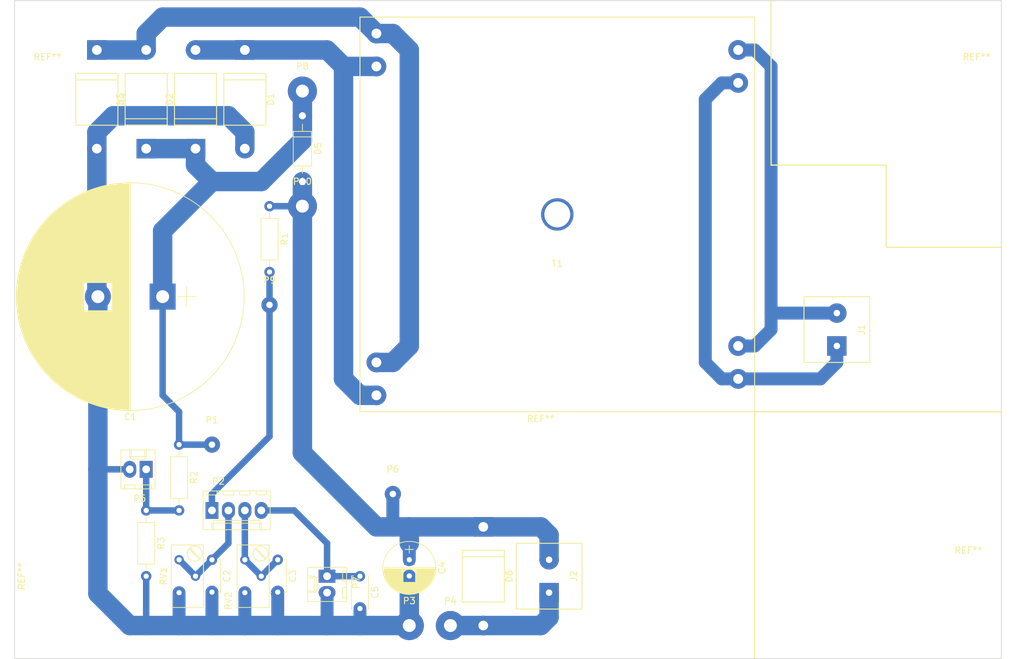
<source format=kicad_pcb>
(kicad_pcb (version 4) (host pcbnew 4.0.6)

  (general
    (links 48)
    (no_connects 0)
    (area 22.765714 25.299999 181.704286 127.105)
    (thickness 1.6)
    (drawings 10)
    (tracks 108)
    (zones 0)
    (modules 34)
    (nets 14)
  )

  (page USLetter)
  (layers
    (0 F.Cu signal)
    (31 B.Cu signal)
    (32 B.Adhes user)
    (33 F.Adhes user)
    (34 B.Paste user)
    (35 F.Paste user)
    (36 B.SilkS user)
    (37 F.SilkS user)
    (38 B.Mask user)
    (39 F.Mask user)
    (40 Dwgs.User user)
    (41 Cmts.User user)
    (42 Eco1.User user)
    (43 Eco2.User user)
    (44 Edge.Cuts user)
    (45 Margin user)
    (46 B.CrtYd user)
    (47 F.CrtYd user)
    (48 B.Fab user)
    (49 F.Fab user)
  )

  (setup
    (last_trace_width 0.5)
    (user_trace_width 1)
    (user_trace_width 1.5)
    (user_trace_width 2)
    (user_trace_width 2.5)
    (trace_clearance 0.2)
    (zone_clearance 0.508)
    (zone_45_only no)
    (trace_min 0.2)
    (segment_width 0.2)
    (edge_width 0.1)
    (via_size 0.6)
    (via_drill 0.4)
    (via_min_size 0.4)
    (via_min_drill 0.3)
    (uvia_size 0.3)
    (uvia_drill 0.1)
    (uvias_allowed no)
    (uvia_min_size 0.2)
    (uvia_min_drill 0.1)
    (pcb_text_width 0.3)
    (pcb_text_size 1.5 1.5)
    (mod_edge_width 0.15)
    (mod_text_size 1 1)
    (mod_text_width 0.15)
    (pad_size 1.5 1.5)
    (pad_drill 0.6)
    (pad_to_mask_clearance 0)
    (aux_axis_origin 0 0)
    (grid_origin 25.4 25.4)
    (visible_elements 7FFFFFFF)
    (pcbplotparams
      (layerselection 0x00030_80000001)
      (usegerberextensions false)
      (excludeedgelayer true)
      (linewidth 0.100000)
      (plotframeref false)
      (viasonmask false)
      (mode 1)
      (useauxorigin false)
      (hpglpennumber 1)
      (hpglpenspeed 20)
      (hpglpendiameter 15)
      (hpglpenoverlay 2)
      (psnegative false)
      (psa4output false)
      (plotreference true)
      (plotvalue true)
      (plotinvisibletext false)
      (padsonsilk false)
      (subtractmaskfromsilk false)
      (outputformat 1)
      (mirror false)
      (drillshape 1)
      (scaleselection 1)
      (outputdirectory ""))
  )

  (net 0 "")
  (net 1 /Unreg+)
  (net 2 /Gnd)
  (net 3 "Net-(C2-Pad1)")
  (net 4 "Net-(C3-Pad1)")
  (net 5 /Reg+)
  (net 6 "Net-(C5-Pad1)")
  (net 7 /AC7V_1)
  (net 8 /AC7V_2)
  (net 9 /ACLive)
  (net 10 /ACNeutral)
  (net 11 "Net-(P2-Pad1)")
  (net 12 "Net-(P5-Pad1)")
  (net 13 "Net-(D6-Pad2)")

  (net_class Default "This is the default net class."
    (clearance 0.2)
    (trace_width 0.5)
    (via_dia 0.6)
    (via_drill 0.4)
    (uvia_dia 0.3)
    (uvia_drill 0.1)
    (add_net "Net-(C2-Pad1)")
    (add_net "Net-(C3-Pad1)")
    (add_net "Net-(C5-Pad1)")
    (add_net "Net-(P2-Pad1)")
    (add_net "Net-(P5-Pad1)")
  )

  (net_class Gnd ""
    (clearance 0.5)
    (trace_width 3)
    (via_dia 0.6)
    (via_drill 0.4)
    (uvia_dia 0.3)
    (uvia_drill 0.1)
    (add_net /Gnd)
  )

  (net_class HV ""
    (clearance 0.5)
    (trace_width 2)
    (via_dia 0.6)
    (via_drill 0.4)
    (uvia_dia 0.3)
    (uvia_drill 0.1)
    (add_net /ACLive)
    (add_net /ACNeutral)
  )

  (net_class LVPower ""
    (clearance 0.5)
    (trace_width 3)
    (via_dia 0.6)
    (via_drill 0.4)
    (uvia_dia 0.3)
    (uvia_drill 0.1)
    (add_net /AC7V_1)
    (add_net /AC7V_2)
    (add_net /Reg+)
    (add_net /Unreg+)
    (add_net "Net-(D6-Pad2)")
  )

  (module Capacitors_THT:CP_Radial_D35.0mm_P10.00mm_SnapIn (layer F.Cu) (tedit 5920C256) (tstamp 594DE640)
    (at 48.26 71.12 180)
    (descr "CP, Radial series, Radial, pin pitch=10.00mm, , diameter=35mm, Electrolytic Capacitor, , http://www.vishay.com/docs/28342/058059pll-si.pdf")
    (tags "CP Radial series Radial pin pitch 10.00mm  diameter 35mm Electrolytic Capacitor")
    (path /5938C3B8)
    (fp_text reference C1 (at 5 -18.56 180) (layer F.SilkS)
      (effects (font (size 1 1) (thickness 0.15)))
    )
    (fp_text value "27000uF 25V" (at 5 18.56 180) (layer F.Fab)
      (effects (font (size 1 1) (thickness 0.15)))
    )
    (fp_text user %R (at 5 0 180) (layer F.Fab)
      (effects (font (size 1 1) (thickness 0.15)))
    )
    (fp_line (start -5.2 0) (end -2.2 0) (layer F.Fab) (width 0.1))
    (fp_line (start -3.7 -1.5) (end -3.7 1.5) (layer F.Fab) (width 0.1))
    (fp_line (start 5 -17.55) (end 5 17.55) (layer F.SilkS) (width 0.12))
    (fp_line (start 5.04 -17.55) (end 5.04 17.55) (layer F.SilkS) (width 0.12))
    (fp_line (start 5.08 -17.55) (end 5.08 17.55) (layer F.SilkS) (width 0.12))
    (fp_line (start 5.12 -17.55) (end 5.12 17.55) (layer F.SilkS) (width 0.12))
    (fp_line (start 5.16 -17.55) (end 5.16 17.55) (layer F.SilkS) (width 0.12))
    (fp_line (start 5.2 -17.549) (end 5.2 17.549) (layer F.SilkS) (width 0.12))
    (fp_line (start 5.24 -17.549) (end 5.24 17.549) (layer F.SilkS) (width 0.12))
    (fp_line (start 5.28 -17.548) (end 5.28 17.548) (layer F.SilkS) (width 0.12))
    (fp_line (start 5.32 -17.548) (end 5.32 17.548) (layer F.SilkS) (width 0.12))
    (fp_line (start 5.36 -17.547) (end 5.36 17.547) (layer F.SilkS) (width 0.12))
    (fp_line (start 5.4 -17.546) (end 5.4 17.546) (layer F.SilkS) (width 0.12))
    (fp_line (start 5.44 -17.545) (end 5.44 17.545) (layer F.SilkS) (width 0.12))
    (fp_line (start 5.48 -17.544) (end 5.48 17.544) (layer F.SilkS) (width 0.12))
    (fp_line (start 5.52 -17.543) (end 5.52 17.543) (layer F.SilkS) (width 0.12))
    (fp_line (start 5.56 -17.542) (end 5.56 17.542) (layer F.SilkS) (width 0.12))
    (fp_line (start 5.6 -17.54) (end 5.6 17.54) (layer F.SilkS) (width 0.12))
    (fp_line (start 5.64 -17.539) (end 5.64 17.539) (layer F.SilkS) (width 0.12))
    (fp_line (start 5.68 -17.537) (end 5.68 17.537) (layer F.SilkS) (width 0.12))
    (fp_line (start 5.721 -17.536) (end 5.721 17.536) (layer F.SilkS) (width 0.12))
    (fp_line (start 5.761 -17.534) (end 5.761 17.534) (layer F.SilkS) (width 0.12))
    (fp_line (start 5.801 -17.532) (end 5.801 17.532) (layer F.SilkS) (width 0.12))
    (fp_line (start 5.841 -17.53) (end 5.841 17.53) (layer F.SilkS) (width 0.12))
    (fp_line (start 5.881 -17.528) (end 5.881 17.528) (layer F.SilkS) (width 0.12))
    (fp_line (start 5.921 -17.526) (end 5.921 17.526) (layer F.SilkS) (width 0.12))
    (fp_line (start 5.961 -17.524) (end 5.961 17.524) (layer F.SilkS) (width 0.12))
    (fp_line (start 6.001 -17.522) (end 6.001 17.522) (layer F.SilkS) (width 0.12))
    (fp_line (start 6.041 -17.52) (end 6.041 17.52) (layer F.SilkS) (width 0.12))
    (fp_line (start 6.081 -17.517) (end 6.081 17.517) (layer F.SilkS) (width 0.12))
    (fp_line (start 6.121 -17.515) (end 6.121 17.515) (layer F.SilkS) (width 0.12))
    (fp_line (start 6.161 -17.512) (end 6.161 17.512) (layer F.SilkS) (width 0.12))
    (fp_line (start 6.201 -17.51) (end 6.201 17.51) (layer F.SilkS) (width 0.12))
    (fp_line (start 6.241 -17.507) (end 6.241 17.507) (layer F.SilkS) (width 0.12))
    (fp_line (start 6.281 -17.504) (end 6.281 17.504) (layer F.SilkS) (width 0.12))
    (fp_line (start 6.321 -17.501) (end 6.321 17.501) (layer F.SilkS) (width 0.12))
    (fp_line (start 6.361 -17.498) (end 6.361 17.498) (layer F.SilkS) (width 0.12))
    (fp_line (start 6.401 -17.495) (end 6.401 17.495) (layer F.SilkS) (width 0.12))
    (fp_line (start 6.441 -17.491) (end 6.441 17.491) (layer F.SilkS) (width 0.12))
    (fp_line (start 6.481 -17.488) (end 6.481 17.488) (layer F.SilkS) (width 0.12))
    (fp_line (start 6.521 -17.485) (end 6.521 17.485) (layer F.SilkS) (width 0.12))
    (fp_line (start 6.561 -17.481) (end 6.561 17.481) (layer F.SilkS) (width 0.12))
    (fp_line (start 6.601 -17.478) (end 6.601 17.478) (layer F.SilkS) (width 0.12))
    (fp_line (start 6.641 -17.474) (end 6.641 17.474) (layer F.SilkS) (width 0.12))
    (fp_line (start 6.681 -17.47) (end 6.681 17.47) (layer F.SilkS) (width 0.12))
    (fp_line (start 6.721 -17.466) (end 6.721 17.466) (layer F.SilkS) (width 0.12))
    (fp_line (start 6.761 -17.462) (end 6.761 17.462) (layer F.SilkS) (width 0.12))
    (fp_line (start 6.801 -17.458) (end 6.801 17.458) (layer F.SilkS) (width 0.12))
    (fp_line (start 6.841 -17.454) (end 6.841 17.454) (layer F.SilkS) (width 0.12))
    (fp_line (start 6.881 -17.45) (end 6.881 17.45) (layer F.SilkS) (width 0.12))
    (fp_line (start 6.921 -17.445) (end 6.921 17.445) (layer F.SilkS) (width 0.12))
    (fp_line (start 6.961 -17.441) (end 6.961 17.441) (layer F.SilkS) (width 0.12))
    (fp_line (start 7.001 -17.436) (end 7.001 17.436) (layer F.SilkS) (width 0.12))
    (fp_line (start 7.041 -17.432) (end 7.041 17.432) (layer F.SilkS) (width 0.12))
    (fp_line (start 7.081 -17.427) (end 7.081 17.427) (layer F.SilkS) (width 0.12))
    (fp_line (start 7.121 -17.422) (end 7.121 17.422) (layer F.SilkS) (width 0.12))
    (fp_line (start 7.161 -17.417) (end 7.161 17.417) (layer F.SilkS) (width 0.12))
    (fp_line (start 7.201 -17.412) (end 7.201 17.412) (layer F.SilkS) (width 0.12))
    (fp_line (start 7.241 -17.407) (end 7.241 17.407) (layer F.SilkS) (width 0.12))
    (fp_line (start 7.281 -17.402) (end 7.281 17.402) (layer F.SilkS) (width 0.12))
    (fp_line (start 7.321 -17.397) (end 7.321 17.397) (layer F.SilkS) (width 0.12))
    (fp_line (start 7.361 -17.391) (end 7.361 17.391) (layer F.SilkS) (width 0.12))
    (fp_line (start 7.401 -17.386) (end 7.401 17.386) (layer F.SilkS) (width 0.12))
    (fp_line (start 7.441 -17.38) (end 7.441 17.38) (layer F.SilkS) (width 0.12))
    (fp_line (start 7.481 -17.375) (end 7.481 17.375) (layer F.SilkS) (width 0.12))
    (fp_line (start 7.521 -17.369) (end 7.521 17.369) (layer F.SilkS) (width 0.12))
    (fp_line (start 7.561 -17.363) (end 7.561 17.363) (layer F.SilkS) (width 0.12))
    (fp_line (start 7.601 -17.357) (end 7.601 17.357) (layer F.SilkS) (width 0.12))
    (fp_line (start 7.641 -17.351) (end 7.641 17.351) (layer F.SilkS) (width 0.12))
    (fp_line (start 7.681 -17.345) (end 7.681 17.345) (layer F.SilkS) (width 0.12))
    (fp_line (start 7.721 -17.339) (end 7.721 17.339) (layer F.SilkS) (width 0.12))
    (fp_line (start 7.761 -17.333) (end 7.761 17.333) (layer F.SilkS) (width 0.12))
    (fp_line (start 7.801 -17.326) (end 7.801 17.326) (layer F.SilkS) (width 0.12))
    (fp_line (start 7.841 -17.32) (end 7.841 -2.18) (layer F.SilkS) (width 0.12))
    (fp_line (start 7.841 2.18) (end 7.841 17.32) (layer F.SilkS) (width 0.12))
    (fp_line (start 7.881 -17.313) (end 7.881 -2.18) (layer F.SilkS) (width 0.12))
    (fp_line (start 7.881 2.18) (end 7.881 17.313) (layer F.SilkS) (width 0.12))
    (fp_line (start 7.921 -17.306) (end 7.921 -2.18) (layer F.SilkS) (width 0.12))
    (fp_line (start 7.921 2.18) (end 7.921 17.306) (layer F.SilkS) (width 0.12))
    (fp_line (start 7.961 -17.3) (end 7.961 -2.18) (layer F.SilkS) (width 0.12))
    (fp_line (start 7.961 2.18) (end 7.961 17.3) (layer F.SilkS) (width 0.12))
    (fp_line (start 8.001 -17.293) (end 8.001 -2.18) (layer F.SilkS) (width 0.12))
    (fp_line (start 8.001 2.18) (end 8.001 17.293) (layer F.SilkS) (width 0.12))
    (fp_line (start 8.041 -17.286) (end 8.041 -2.18) (layer F.SilkS) (width 0.12))
    (fp_line (start 8.041 2.18) (end 8.041 17.286) (layer F.SilkS) (width 0.12))
    (fp_line (start 8.081 -17.279) (end 8.081 -2.18) (layer F.SilkS) (width 0.12))
    (fp_line (start 8.081 2.18) (end 8.081 17.279) (layer F.SilkS) (width 0.12))
    (fp_line (start 8.121 -17.272) (end 8.121 -2.18) (layer F.SilkS) (width 0.12))
    (fp_line (start 8.121 2.18) (end 8.121 17.272) (layer F.SilkS) (width 0.12))
    (fp_line (start 8.161 -17.264) (end 8.161 -2.18) (layer F.SilkS) (width 0.12))
    (fp_line (start 8.161 2.18) (end 8.161 17.264) (layer F.SilkS) (width 0.12))
    (fp_line (start 8.201 -17.257) (end 8.201 -2.18) (layer F.SilkS) (width 0.12))
    (fp_line (start 8.201 2.18) (end 8.201 17.257) (layer F.SilkS) (width 0.12))
    (fp_line (start 8.241 -17.25) (end 8.241 -2.18) (layer F.SilkS) (width 0.12))
    (fp_line (start 8.241 2.18) (end 8.241 17.25) (layer F.SilkS) (width 0.12))
    (fp_line (start 8.281 -17.242) (end 8.281 -2.18) (layer F.SilkS) (width 0.12))
    (fp_line (start 8.281 2.18) (end 8.281 17.242) (layer F.SilkS) (width 0.12))
    (fp_line (start 8.321 -17.234) (end 8.321 -2.18) (layer F.SilkS) (width 0.12))
    (fp_line (start 8.321 2.18) (end 8.321 17.234) (layer F.SilkS) (width 0.12))
    (fp_line (start 8.361 -17.227) (end 8.361 -2.18) (layer F.SilkS) (width 0.12))
    (fp_line (start 8.361 2.18) (end 8.361 17.227) (layer F.SilkS) (width 0.12))
    (fp_line (start 8.401 -17.219) (end 8.401 -2.18) (layer F.SilkS) (width 0.12))
    (fp_line (start 8.401 2.18) (end 8.401 17.219) (layer F.SilkS) (width 0.12))
    (fp_line (start 8.441 -17.211) (end 8.441 -2.18) (layer F.SilkS) (width 0.12))
    (fp_line (start 8.441 2.18) (end 8.441 17.211) (layer F.SilkS) (width 0.12))
    (fp_line (start 8.481 -17.203) (end 8.481 -2.18) (layer F.SilkS) (width 0.12))
    (fp_line (start 8.481 2.18) (end 8.481 17.203) (layer F.SilkS) (width 0.12))
    (fp_line (start 8.521 -17.195) (end 8.521 -2.18) (layer F.SilkS) (width 0.12))
    (fp_line (start 8.521 2.18) (end 8.521 17.195) (layer F.SilkS) (width 0.12))
    (fp_line (start 8.561 -17.186) (end 8.561 -2.18) (layer F.SilkS) (width 0.12))
    (fp_line (start 8.561 2.18) (end 8.561 17.186) (layer F.SilkS) (width 0.12))
    (fp_line (start 8.601 -17.178) (end 8.601 -2.18) (layer F.SilkS) (width 0.12))
    (fp_line (start 8.601 2.18) (end 8.601 17.178) (layer F.SilkS) (width 0.12))
    (fp_line (start 8.641 -17.17) (end 8.641 -2.18) (layer F.SilkS) (width 0.12))
    (fp_line (start 8.641 2.18) (end 8.641 17.17) (layer F.SilkS) (width 0.12))
    (fp_line (start 8.681 -17.161) (end 8.681 -2.18) (layer F.SilkS) (width 0.12))
    (fp_line (start 8.681 2.18) (end 8.681 17.161) (layer F.SilkS) (width 0.12))
    (fp_line (start 8.721 -17.153) (end 8.721 -2.18) (layer F.SilkS) (width 0.12))
    (fp_line (start 8.721 2.18) (end 8.721 17.153) (layer F.SilkS) (width 0.12))
    (fp_line (start 8.761 -17.144) (end 8.761 -2.18) (layer F.SilkS) (width 0.12))
    (fp_line (start 8.761 2.18) (end 8.761 17.144) (layer F.SilkS) (width 0.12))
    (fp_line (start 8.801 -17.135) (end 8.801 -2.18) (layer F.SilkS) (width 0.12))
    (fp_line (start 8.801 2.18) (end 8.801 17.135) (layer F.SilkS) (width 0.12))
    (fp_line (start 8.841 -17.126) (end 8.841 -2.18) (layer F.SilkS) (width 0.12))
    (fp_line (start 8.841 2.18) (end 8.841 17.126) (layer F.SilkS) (width 0.12))
    (fp_line (start 8.881 -17.117) (end 8.881 -2.18) (layer F.SilkS) (width 0.12))
    (fp_line (start 8.881 2.18) (end 8.881 17.117) (layer F.SilkS) (width 0.12))
    (fp_line (start 8.921 -17.108) (end 8.921 -2.18) (layer F.SilkS) (width 0.12))
    (fp_line (start 8.921 2.18) (end 8.921 17.108) (layer F.SilkS) (width 0.12))
    (fp_line (start 8.961 -17.099) (end 8.961 -2.18) (layer F.SilkS) (width 0.12))
    (fp_line (start 8.961 2.18) (end 8.961 17.099) (layer F.SilkS) (width 0.12))
    (fp_line (start 9.001 -17.09) (end 9.001 -2.18) (layer F.SilkS) (width 0.12))
    (fp_line (start 9.001 2.18) (end 9.001 17.09) (layer F.SilkS) (width 0.12))
    (fp_line (start 9.041 -17.08) (end 9.041 -2.18) (layer F.SilkS) (width 0.12))
    (fp_line (start 9.041 2.18) (end 9.041 17.08) (layer F.SilkS) (width 0.12))
    (fp_line (start 9.081 -17.071) (end 9.081 -2.18) (layer F.SilkS) (width 0.12))
    (fp_line (start 9.081 2.18) (end 9.081 17.071) (layer F.SilkS) (width 0.12))
    (fp_line (start 9.121 -17.061) (end 9.121 -2.18) (layer F.SilkS) (width 0.12))
    (fp_line (start 9.121 2.18) (end 9.121 17.061) (layer F.SilkS) (width 0.12))
    (fp_line (start 9.161 -17.052) (end 9.161 -2.18) (layer F.SilkS) (width 0.12))
    (fp_line (start 9.161 2.18) (end 9.161 17.052) (layer F.SilkS) (width 0.12))
    (fp_line (start 9.201 -17.042) (end 9.201 -2.18) (layer F.SilkS) (width 0.12))
    (fp_line (start 9.201 2.18) (end 9.201 17.042) (layer F.SilkS) (width 0.12))
    (fp_line (start 9.241 -17.032) (end 9.241 -2.18) (layer F.SilkS) (width 0.12))
    (fp_line (start 9.241 2.18) (end 9.241 17.032) (layer F.SilkS) (width 0.12))
    (fp_line (start 9.281 -17.022) (end 9.281 -2.18) (layer F.SilkS) (width 0.12))
    (fp_line (start 9.281 2.18) (end 9.281 17.022) (layer F.SilkS) (width 0.12))
    (fp_line (start 9.321 -17.012) (end 9.321 -2.18) (layer F.SilkS) (width 0.12))
    (fp_line (start 9.321 2.18) (end 9.321 17.012) (layer F.SilkS) (width 0.12))
    (fp_line (start 9.361 -17.002) (end 9.361 -2.18) (layer F.SilkS) (width 0.12))
    (fp_line (start 9.361 2.18) (end 9.361 17.002) (layer F.SilkS) (width 0.12))
    (fp_line (start 9.401 -16.991) (end 9.401 -2.18) (layer F.SilkS) (width 0.12))
    (fp_line (start 9.401 2.18) (end 9.401 16.991) (layer F.SilkS) (width 0.12))
    (fp_line (start 9.441 -16.981) (end 9.441 -2.18) (layer F.SilkS) (width 0.12))
    (fp_line (start 9.441 2.18) (end 9.441 16.981) (layer F.SilkS) (width 0.12))
    (fp_line (start 9.481 -16.97) (end 9.481 -2.18) (layer F.SilkS) (width 0.12))
    (fp_line (start 9.481 2.18) (end 9.481 16.97) (layer F.SilkS) (width 0.12))
    (fp_line (start 9.521 -16.96) (end 9.521 -2.18) (layer F.SilkS) (width 0.12))
    (fp_line (start 9.521 2.18) (end 9.521 16.96) (layer F.SilkS) (width 0.12))
    (fp_line (start 9.561 -16.949) (end 9.561 -2.18) (layer F.SilkS) (width 0.12))
    (fp_line (start 9.561 2.18) (end 9.561 16.949) (layer F.SilkS) (width 0.12))
    (fp_line (start 9.601 -16.938) (end 9.601 -2.18) (layer F.SilkS) (width 0.12))
    (fp_line (start 9.601 2.18) (end 9.601 16.938) (layer F.SilkS) (width 0.12))
    (fp_line (start 9.641 -16.927) (end 9.641 -2.18) (layer F.SilkS) (width 0.12))
    (fp_line (start 9.641 2.18) (end 9.641 16.927) (layer F.SilkS) (width 0.12))
    (fp_line (start 9.681 -16.916) (end 9.681 -2.18) (layer F.SilkS) (width 0.12))
    (fp_line (start 9.681 2.18) (end 9.681 16.916) (layer F.SilkS) (width 0.12))
    (fp_line (start 9.721 -16.905) (end 9.721 -2.18) (layer F.SilkS) (width 0.12))
    (fp_line (start 9.721 2.18) (end 9.721 16.905) (layer F.SilkS) (width 0.12))
    (fp_line (start 9.761 -16.894) (end 9.761 -2.18) (layer F.SilkS) (width 0.12))
    (fp_line (start 9.761 2.18) (end 9.761 16.894) (layer F.SilkS) (width 0.12))
    (fp_line (start 9.801 -16.883) (end 9.801 -2.18) (layer F.SilkS) (width 0.12))
    (fp_line (start 9.801 2.18) (end 9.801 16.883) (layer F.SilkS) (width 0.12))
    (fp_line (start 9.841 -16.872) (end 9.841 -2.18) (layer F.SilkS) (width 0.12))
    (fp_line (start 9.841 2.18) (end 9.841 16.872) (layer F.SilkS) (width 0.12))
    (fp_line (start 9.881 -16.86) (end 9.881 -2.18) (layer F.SilkS) (width 0.12))
    (fp_line (start 9.881 2.18) (end 9.881 16.86) (layer F.SilkS) (width 0.12))
    (fp_line (start 9.921 -16.848) (end 9.921 -2.18) (layer F.SilkS) (width 0.12))
    (fp_line (start 9.921 2.18) (end 9.921 16.848) (layer F.SilkS) (width 0.12))
    (fp_line (start 9.961 -16.837) (end 9.961 -2.18) (layer F.SilkS) (width 0.12))
    (fp_line (start 9.961 2.18) (end 9.961 16.837) (layer F.SilkS) (width 0.12))
    (fp_line (start 10.001 -16.825) (end 10.001 -2.18) (layer F.SilkS) (width 0.12))
    (fp_line (start 10.001 2.18) (end 10.001 16.825) (layer F.SilkS) (width 0.12))
    (fp_line (start 10.041 -16.813) (end 10.041 -2.18) (layer F.SilkS) (width 0.12))
    (fp_line (start 10.041 2.18) (end 10.041 16.813) (layer F.SilkS) (width 0.12))
    (fp_line (start 10.081 -16.801) (end 10.081 -2.18) (layer F.SilkS) (width 0.12))
    (fp_line (start 10.081 2.18) (end 10.081 16.801) (layer F.SilkS) (width 0.12))
    (fp_line (start 10.121 -16.789) (end 10.121 -2.18) (layer F.SilkS) (width 0.12))
    (fp_line (start 10.121 2.18) (end 10.121 16.789) (layer F.SilkS) (width 0.12))
    (fp_line (start 10.161 -16.777) (end 10.161 -2.18) (layer F.SilkS) (width 0.12))
    (fp_line (start 10.161 2.18) (end 10.161 16.777) (layer F.SilkS) (width 0.12))
    (fp_line (start 10.201 -16.764) (end 10.201 -2.18) (layer F.SilkS) (width 0.12))
    (fp_line (start 10.201 2.18) (end 10.201 16.764) (layer F.SilkS) (width 0.12))
    (fp_line (start 10.241 -16.752) (end 10.241 -2.18) (layer F.SilkS) (width 0.12))
    (fp_line (start 10.241 2.18) (end 10.241 16.752) (layer F.SilkS) (width 0.12))
    (fp_line (start 10.281 -16.739) (end 10.281 -2.18) (layer F.SilkS) (width 0.12))
    (fp_line (start 10.281 2.18) (end 10.281 16.739) (layer F.SilkS) (width 0.12))
    (fp_line (start 10.321 -16.727) (end 10.321 -2.18) (layer F.SilkS) (width 0.12))
    (fp_line (start 10.321 2.18) (end 10.321 16.727) (layer F.SilkS) (width 0.12))
    (fp_line (start 10.361 -16.714) (end 10.361 -2.18) (layer F.SilkS) (width 0.12))
    (fp_line (start 10.361 2.18) (end 10.361 16.714) (layer F.SilkS) (width 0.12))
    (fp_line (start 10.401 -16.701) (end 10.401 -2.18) (layer F.SilkS) (width 0.12))
    (fp_line (start 10.401 2.18) (end 10.401 16.701) (layer F.SilkS) (width 0.12))
    (fp_line (start 10.441 -16.688) (end 10.441 -2.18) (layer F.SilkS) (width 0.12))
    (fp_line (start 10.441 2.18) (end 10.441 16.688) (layer F.SilkS) (width 0.12))
    (fp_line (start 10.481 -16.675) (end 10.481 -2.18) (layer F.SilkS) (width 0.12))
    (fp_line (start 10.481 2.18) (end 10.481 16.675) (layer F.SilkS) (width 0.12))
    (fp_line (start 10.521 -16.662) (end 10.521 -2.18) (layer F.SilkS) (width 0.12))
    (fp_line (start 10.521 2.18) (end 10.521 16.662) (layer F.SilkS) (width 0.12))
    (fp_line (start 10.561 -16.649) (end 10.561 -2.18) (layer F.SilkS) (width 0.12))
    (fp_line (start 10.561 2.18) (end 10.561 16.649) (layer F.SilkS) (width 0.12))
    (fp_line (start 10.601 -16.635) (end 10.601 -2.18) (layer F.SilkS) (width 0.12))
    (fp_line (start 10.601 2.18) (end 10.601 16.635) (layer F.SilkS) (width 0.12))
    (fp_line (start 10.641 -16.622) (end 10.641 -2.18) (layer F.SilkS) (width 0.12))
    (fp_line (start 10.641 2.18) (end 10.641 16.622) (layer F.SilkS) (width 0.12))
    (fp_line (start 10.681 -16.608) (end 10.681 -2.18) (layer F.SilkS) (width 0.12))
    (fp_line (start 10.681 2.18) (end 10.681 16.608) (layer F.SilkS) (width 0.12))
    (fp_line (start 10.721 -16.594) (end 10.721 -2.18) (layer F.SilkS) (width 0.12))
    (fp_line (start 10.721 2.18) (end 10.721 16.594) (layer F.SilkS) (width 0.12))
    (fp_line (start 10.761 -16.581) (end 10.761 -2.18) (layer F.SilkS) (width 0.12))
    (fp_line (start 10.761 2.18) (end 10.761 16.581) (layer F.SilkS) (width 0.12))
    (fp_line (start 10.801 -16.567) (end 10.801 -2.18) (layer F.SilkS) (width 0.12))
    (fp_line (start 10.801 2.18) (end 10.801 16.567) (layer F.SilkS) (width 0.12))
    (fp_line (start 10.841 -16.553) (end 10.841 -2.18) (layer F.SilkS) (width 0.12))
    (fp_line (start 10.841 2.18) (end 10.841 16.553) (layer F.SilkS) (width 0.12))
    (fp_line (start 10.881 -16.539) (end 10.881 -2.18) (layer F.SilkS) (width 0.12))
    (fp_line (start 10.881 2.18) (end 10.881 16.539) (layer F.SilkS) (width 0.12))
    (fp_line (start 10.921 -16.524) (end 10.921 -2.18) (layer F.SilkS) (width 0.12))
    (fp_line (start 10.921 2.18) (end 10.921 16.524) (layer F.SilkS) (width 0.12))
    (fp_line (start 10.961 -16.51) (end 10.961 -2.18) (layer F.SilkS) (width 0.12))
    (fp_line (start 10.961 2.18) (end 10.961 16.51) (layer F.SilkS) (width 0.12))
    (fp_line (start 11.001 -16.496) (end 11.001 -2.18) (layer F.SilkS) (width 0.12))
    (fp_line (start 11.001 2.18) (end 11.001 16.496) (layer F.SilkS) (width 0.12))
    (fp_line (start 11.041 -16.481) (end 11.041 -2.18) (layer F.SilkS) (width 0.12))
    (fp_line (start 11.041 2.18) (end 11.041 16.481) (layer F.SilkS) (width 0.12))
    (fp_line (start 11.081 -16.466) (end 11.081 -2.18) (layer F.SilkS) (width 0.12))
    (fp_line (start 11.081 2.18) (end 11.081 16.466) (layer F.SilkS) (width 0.12))
    (fp_line (start 11.121 -16.452) (end 11.121 -2.18) (layer F.SilkS) (width 0.12))
    (fp_line (start 11.121 2.18) (end 11.121 16.452) (layer F.SilkS) (width 0.12))
    (fp_line (start 11.161 -16.437) (end 11.161 -2.18) (layer F.SilkS) (width 0.12))
    (fp_line (start 11.161 2.18) (end 11.161 16.437) (layer F.SilkS) (width 0.12))
    (fp_line (start 11.201 -16.422) (end 11.201 -2.18) (layer F.SilkS) (width 0.12))
    (fp_line (start 11.201 2.18) (end 11.201 16.422) (layer F.SilkS) (width 0.12))
    (fp_line (start 11.241 -16.406) (end 11.241 -2.18) (layer F.SilkS) (width 0.12))
    (fp_line (start 11.241 2.18) (end 11.241 16.406) (layer F.SilkS) (width 0.12))
    (fp_line (start 11.281 -16.391) (end 11.281 -2.18) (layer F.SilkS) (width 0.12))
    (fp_line (start 11.281 2.18) (end 11.281 16.391) (layer F.SilkS) (width 0.12))
    (fp_line (start 11.321 -16.376) (end 11.321 -2.18) (layer F.SilkS) (width 0.12))
    (fp_line (start 11.321 2.18) (end 11.321 16.376) (layer F.SilkS) (width 0.12))
    (fp_line (start 11.361 -16.36) (end 11.361 -2.18) (layer F.SilkS) (width 0.12))
    (fp_line (start 11.361 2.18) (end 11.361 16.36) (layer F.SilkS) (width 0.12))
    (fp_line (start 11.401 -16.345) (end 11.401 -2.18) (layer F.SilkS) (width 0.12))
    (fp_line (start 11.401 2.18) (end 11.401 16.345) (layer F.SilkS) (width 0.12))
    (fp_line (start 11.441 -16.329) (end 11.441 -2.18) (layer F.SilkS) (width 0.12))
    (fp_line (start 11.441 2.18) (end 11.441 16.329) (layer F.SilkS) (width 0.12))
    (fp_line (start 11.481 -16.313) (end 11.481 -2.18) (layer F.SilkS) (width 0.12))
    (fp_line (start 11.481 2.18) (end 11.481 16.313) (layer F.SilkS) (width 0.12))
    (fp_line (start 11.521 -16.298) (end 11.521 -2.18) (layer F.SilkS) (width 0.12))
    (fp_line (start 11.521 2.18) (end 11.521 16.298) (layer F.SilkS) (width 0.12))
    (fp_line (start 11.561 -16.281) (end 11.561 -2.18) (layer F.SilkS) (width 0.12))
    (fp_line (start 11.561 2.18) (end 11.561 16.281) (layer F.SilkS) (width 0.12))
    (fp_line (start 11.601 -16.265) (end 11.601 -2.18) (layer F.SilkS) (width 0.12))
    (fp_line (start 11.601 2.18) (end 11.601 16.265) (layer F.SilkS) (width 0.12))
    (fp_line (start 11.641 -16.249) (end 11.641 -2.18) (layer F.SilkS) (width 0.12))
    (fp_line (start 11.641 2.18) (end 11.641 16.249) (layer F.SilkS) (width 0.12))
    (fp_line (start 11.681 -16.233) (end 11.681 -2.18) (layer F.SilkS) (width 0.12))
    (fp_line (start 11.681 2.18) (end 11.681 16.233) (layer F.SilkS) (width 0.12))
    (fp_line (start 11.721 -16.216) (end 11.721 -2.18) (layer F.SilkS) (width 0.12))
    (fp_line (start 11.721 2.18) (end 11.721 16.216) (layer F.SilkS) (width 0.12))
    (fp_line (start 11.761 -16.2) (end 11.761 -2.18) (layer F.SilkS) (width 0.12))
    (fp_line (start 11.761 2.18) (end 11.761 16.2) (layer F.SilkS) (width 0.12))
    (fp_line (start 11.801 -16.183) (end 11.801 -2.18) (layer F.SilkS) (width 0.12))
    (fp_line (start 11.801 2.18) (end 11.801 16.183) (layer F.SilkS) (width 0.12))
    (fp_line (start 11.841 -16.166) (end 11.841 -2.18) (layer F.SilkS) (width 0.12))
    (fp_line (start 11.841 2.18) (end 11.841 16.166) (layer F.SilkS) (width 0.12))
    (fp_line (start 11.881 -16.149) (end 11.881 -2.18) (layer F.SilkS) (width 0.12))
    (fp_line (start 11.881 2.18) (end 11.881 16.149) (layer F.SilkS) (width 0.12))
    (fp_line (start 11.921 -16.132) (end 11.921 -2.18) (layer F.SilkS) (width 0.12))
    (fp_line (start 11.921 2.18) (end 11.921 16.132) (layer F.SilkS) (width 0.12))
    (fp_line (start 11.961 -16.115) (end 11.961 -2.18) (layer F.SilkS) (width 0.12))
    (fp_line (start 11.961 2.18) (end 11.961 16.115) (layer F.SilkS) (width 0.12))
    (fp_line (start 12.001 -16.098) (end 12.001 -2.18) (layer F.SilkS) (width 0.12))
    (fp_line (start 12.001 2.18) (end 12.001 16.098) (layer F.SilkS) (width 0.12))
    (fp_line (start 12.041 -16.08) (end 12.041 -2.18) (layer F.SilkS) (width 0.12))
    (fp_line (start 12.041 2.18) (end 12.041 16.08) (layer F.SilkS) (width 0.12))
    (fp_line (start 12.081 -16.063) (end 12.081 -2.18) (layer F.SilkS) (width 0.12))
    (fp_line (start 12.081 2.18) (end 12.081 16.063) (layer F.SilkS) (width 0.12))
    (fp_line (start 12.121 -16.045) (end 12.121 -2.18) (layer F.SilkS) (width 0.12))
    (fp_line (start 12.121 2.18) (end 12.121 16.045) (layer F.SilkS) (width 0.12))
    (fp_line (start 12.161 -16.027) (end 12.161 -2.18) (layer F.SilkS) (width 0.12))
    (fp_line (start 12.161 2.18) (end 12.161 16.027) (layer F.SilkS) (width 0.12))
    (fp_line (start 12.201 -16.009) (end 12.201 16.009) (layer F.SilkS) (width 0.12))
    (fp_line (start 12.241 -15.991) (end 12.241 15.991) (layer F.SilkS) (width 0.12))
    (fp_line (start 12.281 -15.973) (end 12.281 15.973) (layer F.SilkS) (width 0.12))
    (fp_line (start 12.321 -15.955) (end 12.321 15.955) (layer F.SilkS) (width 0.12))
    (fp_line (start 12.361 -15.937) (end 12.361 15.937) (layer F.SilkS) (width 0.12))
    (fp_line (start 12.401 -15.918) (end 12.401 15.918) (layer F.SilkS) (width 0.12))
    (fp_line (start 12.441 -15.9) (end 12.441 15.9) (layer F.SilkS) (width 0.12))
    (fp_line (start 12.481 -15.881) (end 12.481 15.881) (layer F.SilkS) (width 0.12))
    (fp_line (start 12.521 -15.862) (end 12.521 15.862) (layer F.SilkS) (width 0.12))
    (fp_line (start 12.561 -15.843) (end 12.561 15.843) (layer F.SilkS) (width 0.12))
    (fp_line (start 12.601 -15.824) (end 12.601 15.824) (layer F.SilkS) (width 0.12))
    (fp_line (start 12.641 -15.805) (end 12.641 15.805) (layer F.SilkS) (width 0.12))
    (fp_line (start 12.681 -15.785) (end 12.681 15.785) (layer F.SilkS) (width 0.12))
    (fp_line (start 12.721 -15.766) (end 12.721 15.766) (layer F.SilkS) (width 0.12))
    (fp_line (start 12.761 -15.746) (end 12.761 15.746) (layer F.SilkS) (width 0.12))
    (fp_line (start 12.801 -15.727) (end 12.801 15.727) (layer F.SilkS) (width 0.12))
    (fp_line (start 12.841 -15.707) (end 12.841 15.707) (layer F.SilkS) (width 0.12))
    (fp_line (start 12.881 -15.687) (end 12.881 15.687) (layer F.SilkS) (width 0.12))
    (fp_line (start 12.921 -15.667) (end 12.921 15.667) (layer F.SilkS) (width 0.12))
    (fp_line (start 12.961 -15.646) (end 12.961 15.646) (layer F.SilkS) (width 0.12))
    (fp_line (start 13.001 -15.626) (end 13.001 15.626) (layer F.SilkS) (width 0.12))
    (fp_line (start 13.041 -15.606) (end 13.041 15.606) (layer F.SilkS) (width 0.12))
    (fp_line (start 13.081 -15.585) (end 13.081 15.585) (layer F.SilkS) (width 0.12))
    (fp_line (start 13.121 -15.564) (end 13.121 15.564) (layer F.SilkS) (width 0.12))
    (fp_line (start 13.161 -15.543) (end 13.161 15.543) (layer F.SilkS) (width 0.12))
    (fp_line (start 13.2 -15.522) (end 13.2 15.522) (layer F.SilkS) (width 0.12))
    (fp_line (start 13.24 -15.501) (end 13.24 15.501) (layer F.SilkS) (width 0.12))
    (fp_line (start 13.28 -15.48) (end 13.28 15.48) (layer F.SilkS) (width 0.12))
    (fp_line (start 13.32 -15.458) (end 13.32 15.458) (layer F.SilkS) (width 0.12))
    (fp_line (start 13.36 -15.437) (end 13.36 15.437) (layer F.SilkS) (width 0.12))
    (fp_line (start 13.4 -15.415) (end 13.4 15.415) (layer F.SilkS) (width 0.12))
    (fp_line (start 13.44 -15.393) (end 13.44 15.393) (layer F.SilkS) (width 0.12))
    (fp_line (start 13.48 -15.371) (end 13.48 15.371) (layer F.SilkS) (width 0.12))
    (fp_line (start 13.52 -15.349) (end 13.52 15.349) (layer F.SilkS) (width 0.12))
    (fp_line (start 13.56 -15.327) (end 13.56 15.327) (layer F.SilkS) (width 0.12))
    (fp_line (start 13.6 -15.305) (end 13.6 15.305) (layer F.SilkS) (width 0.12))
    (fp_line (start 13.64 -15.282) (end 13.64 15.282) (layer F.SilkS) (width 0.12))
    (fp_line (start 13.68 -15.26) (end 13.68 15.26) (layer F.SilkS) (width 0.12))
    (fp_line (start 13.72 -15.237) (end 13.72 15.237) (layer F.SilkS) (width 0.12))
    (fp_line (start 13.76 -15.214) (end 13.76 15.214) (layer F.SilkS) (width 0.12))
    (fp_line (start 13.8 -15.191) (end 13.8 15.191) (layer F.SilkS) (width 0.12))
    (fp_line (start 13.84 -15.168) (end 13.84 15.168) (layer F.SilkS) (width 0.12))
    (fp_line (start 13.88 -15.144) (end 13.88 15.144) (layer F.SilkS) (width 0.12))
    (fp_line (start 13.92 -15.121) (end 13.92 15.121) (layer F.SilkS) (width 0.12))
    (fp_line (start 13.96 -15.097) (end 13.96 15.097) (layer F.SilkS) (width 0.12))
    (fp_line (start 14 -15.074) (end 14 15.074) (layer F.SilkS) (width 0.12))
    (fp_line (start 14.04 -15.05) (end 14.04 15.05) (layer F.SilkS) (width 0.12))
    (fp_line (start 14.08 -15.026) (end 14.08 15.026) (layer F.SilkS) (width 0.12))
    (fp_line (start 14.12 -15.002) (end 14.12 15.002) (layer F.SilkS) (width 0.12))
    (fp_line (start 14.16 -14.977) (end 14.16 14.977) (layer F.SilkS) (width 0.12))
    (fp_line (start 14.2 -14.953) (end 14.2 14.953) (layer F.SilkS) (width 0.12))
    (fp_line (start 14.24 -14.928) (end 14.24 14.928) (layer F.SilkS) (width 0.12))
    (fp_line (start 14.28 -14.903) (end 14.28 14.903) (layer F.SilkS) (width 0.12))
    (fp_line (start 14.32 -14.878) (end 14.32 14.878) (layer F.SilkS) (width 0.12))
    (fp_line (start 14.36 -14.853) (end 14.36 14.853) (layer F.SilkS) (width 0.12))
    (fp_line (start 14.4 -14.828) (end 14.4 14.828) (layer F.SilkS) (width 0.12))
    (fp_line (start 14.44 -14.803) (end 14.44 14.803) (layer F.SilkS) (width 0.12))
    (fp_line (start 14.48 -14.777) (end 14.48 14.777) (layer F.SilkS) (width 0.12))
    (fp_line (start 14.52 -14.752) (end 14.52 14.752) (layer F.SilkS) (width 0.12))
    (fp_line (start 14.56 -14.726) (end 14.56 14.726) (layer F.SilkS) (width 0.12))
    (fp_line (start 14.6 -14.7) (end 14.6 14.7) (layer F.SilkS) (width 0.12))
    (fp_line (start 14.64 -14.674) (end 14.64 14.674) (layer F.SilkS) (width 0.12))
    (fp_line (start 14.68 -14.647) (end 14.68 14.647) (layer F.SilkS) (width 0.12))
    (fp_line (start 14.72 -14.621) (end 14.72 14.621) (layer F.SilkS) (width 0.12))
    (fp_line (start 14.76 -14.594) (end 14.76 14.594) (layer F.SilkS) (width 0.12))
    (fp_line (start 14.8 -14.568) (end 14.8 14.568) (layer F.SilkS) (width 0.12))
    (fp_line (start 14.84 -14.541) (end 14.84 14.541) (layer F.SilkS) (width 0.12))
    (fp_line (start 14.88 -14.514) (end 14.88 14.514) (layer F.SilkS) (width 0.12))
    (fp_line (start 14.92 -14.486) (end 14.92 14.486) (layer F.SilkS) (width 0.12))
    (fp_line (start 14.96 -14.459) (end 14.96 14.459) (layer F.SilkS) (width 0.12))
    (fp_line (start 15 -14.431) (end 15 14.431) (layer F.SilkS) (width 0.12))
    (fp_line (start 15.04 -14.404) (end 15.04 14.404) (layer F.SilkS) (width 0.12))
    (fp_line (start 15.08 -14.376) (end 15.08 14.376) (layer F.SilkS) (width 0.12))
    (fp_line (start 15.12 -14.348) (end 15.12 14.348) (layer F.SilkS) (width 0.12))
    (fp_line (start 15.16 -14.32) (end 15.16 14.32) (layer F.SilkS) (width 0.12))
    (fp_line (start 15.2 -14.291) (end 15.2 14.291) (layer F.SilkS) (width 0.12))
    (fp_line (start 15.24 -14.263) (end 15.24 14.263) (layer F.SilkS) (width 0.12))
    (fp_line (start 15.28 -14.234) (end 15.28 14.234) (layer F.SilkS) (width 0.12))
    (fp_line (start 15.32 -14.205) (end 15.32 14.205) (layer F.SilkS) (width 0.12))
    (fp_line (start 15.36 -14.176) (end 15.36 14.176) (layer F.SilkS) (width 0.12))
    (fp_line (start 15.4 -14.147) (end 15.4 14.147) (layer F.SilkS) (width 0.12))
    (fp_line (start 15.44 -14.117) (end 15.44 14.117) (layer F.SilkS) (width 0.12))
    (fp_line (start 15.48 -14.088) (end 15.48 14.088) (layer F.SilkS) (width 0.12))
    (fp_line (start 15.52 -14.058) (end 15.52 14.058) (layer F.SilkS) (width 0.12))
    (fp_line (start 15.56 -14.028) (end 15.56 14.028) (layer F.SilkS) (width 0.12))
    (fp_line (start 15.6 -13.998) (end 15.6 13.998) (layer F.SilkS) (width 0.12))
    (fp_line (start 15.64 -13.968) (end 15.64 13.968) (layer F.SilkS) (width 0.12))
    (fp_line (start 15.68 -13.937) (end 15.68 13.937) (layer F.SilkS) (width 0.12))
    (fp_line (start 15.72 -13.906) (end 15.72 13.906) (layer F.SilkS) (width 0.12))
    (fp_line (start 15.76 -13.876) (end 15.76 13.876) (layer F.SilkS) (width 0.12))
    (fp_line (start 15.8 -13.845) (end 15.8 13.845) (layer F.SilkS) (width 0.12))
    (fp_line (start 15.84 -13.813) (end 15.84 13.813) (layer F.SilkS) (width 0.12))
    (fp_line (start 15.88 -13.782) (end 15.88 13.782) (layer F.SilkS) (width 0.12))
    (fp_line (start 15.92 -13.75) (end 15.92 13.75) (layer F.SilkS) (width 0.12))
    (fp_line (start 15.96 -13.719) (end 15.96 13.719) (layer F.SilkS) (width 0.12))
    (fp_line (start 16 -13.687) (end 16 13.687) (layer F.SilkS) (width 0.12))
    (fp_line (start 16.04 -13.655) (end 16.04 13.655) (layer F.SilkS) (width 0.12))
    (fp_line (start 16.08 -13.622) (end 16.08 13.622) (layer F.SilkS) (width 0.12))
    (fp_line (start 16.12 -13.59) (end 16.12 13.59) (layer F.SilkS) (width 0.12))
    (fp_line (start 16.16 -13.557) (end 16.16 13.557) (layer F.SilkS) (width 0.12))
    (fp_line (start 16.2 -13.524) (end 16.2 13.524) (layer F.SilkS) (width 0.12))
    (fp_line (start 16.24 -13.491) (end 16.24 13.491) (layer F.SilkS) (width 0.12))
    (fp_line (start 16.28 -13.458) (end 16.28 13.458) (layer F.SilkS) (width 0.12))
    (fp_line (start 16.32 -13.424) (end 16.32 13.424) (layer F.SilkS) (width 0.12))
    (fp_line (start 16.36 -13.39) (end 16.36 13.39) (layer F.SilkS) (width 0.12))
    (fp_line (start 16.4 -13.356) (end 16.4 13.356) (layer F.SilkS) (width 0.12))
    (fp_line (start 16.44 -13.322) (end 16.44 13.322) (layer F.SilkS) (width 0.12))
    (fp_line (start 16.48 -13.288) (end 16.48 13.288) (layer F.SilkS) (width 0.12))
    (fp_line (start 16.52 -13.253) (end 16.52 13.253) (layer F.SilkS) (width 0.12))
    (fp_line (start 16.56 -13.218) (end 16.56 13.218) (layer F.SilkS) (width 0.12))
    (fp_line (start 16.6 -13.184) (end 16.6 13.184) (layer F.SilkS) (width 0.12))
    (fp_line (start 16.64 -13.148) (end 16.64 13.148) (layer F.SilkS) (width 0.12))
    (fp_line (start 16.68 -13.113) (end 16.68 13.113) (layer F.SilkS) (width 0.12))
    (fp_line (start 16.72 -13.077) (end 16.72 13.077) (layer F.SilkS) (width 0.12))
    (fp_line (start 16.76 -13.041) (end 16.76 13.041) (layer F.SilkS) (width 0.12))
    (fp_line (start 16.8 -13.005) (end 16.8 13.005) (layer F.SilkS) (width 0.12))
    (fp_line (start 16.84 -12.969) (end 16.84 12.969) (layer F.SilkS) (width 0.12))
    (fp_line (start 16.88 -12.933) (end 16.88 12.933) (layer F.SilkS) (width 0.12))
    (fp_line (start 16.92 -12.896) (end 16.92 12.896) (layer F.SilkS) (width 0.12))
    (fp_line (start 16.96 -12.859) (end 16.96 12.859) (layer F.SilkS) (width 0.12))
    (fp_line (start 17 -12.822) (end 17 12.822) (layer F.SilkS) (width 0.12))
    (fp_line (start 17.04 -12.784) (end 17.04 12.784) (layer F.SilkS) (width 0.12))
    (fp_line (start 17.08 -12.746) (end 17.08 12.746) (layer F.SilkS) (width 0.12))
    (fp_line (start 17.12 -12.709) (end 17.12 12.709) (layer F.SilkS) (width 0.12))
    (fp_line (start 17.16 -12.67) (end 17.16 12.67) (layer F.SilkS) (width 0.12))
    (fp_line (start 17.2 -12.632) (end 17.2 12.632) (layer F.SilkS) (width 0.12))
    (fp_line (start 17.24 -12.593) (end 17.24 12.593) (layer F.SilkS) (width 0.12))
    (fp_line (start 17.28 -12.555) (end 17.28 12.555) (layer F.SilkS) (width 0.12))
    (fp_line (start 17.32 -12.515) (end 17.32 12.515) (layer F.SilkS) (width 0.12))
    (fp_line (start 17.36 -12.476) (end 17.36 12.476) (layer F.SilkS) (width 0.12))
    (fp_line (start 17.4 -12.436) (end 17.4 12.436) (layer F.SilkS) (width 0.12))
    (fp_line (start 17.44 -12.397) (end 17.44 12.397) (layer F.SilkS) (width 0.12))
    (fp_line (start 17.48 -12.356) (end 17.48 12.356) (layer F.SilkS) (width 0.12))
    (fp_line (start 17.52 -12.316) (end 17.52 12.316) (layer F.SilkS) (width 0.12))
    (fp_line (start 17.56 -12.275) (end 17.56 12.275) (layer F.SilkS) (width 0.12))
    (fp_line (start 17.6 -12.234) (end 17.6 12.234) (layer F.SilkS) (width 0.12))
    (fp_line (start 17.64 -12.193) (end 17.64 12.193) (layer F.SilkS) (width 0.12))
    (fp_line (start 17.68 -12.152) (end 17.68 12.152) (layer F.SilkS) (width 0.12))
    (fp_line (start 17.72 -12.11) (end 17.72 12.11) (layer F.SilkS) (width 0.12))
    (fp_line (start 17.76 -12.068) (end 17.76 12.068) (layer F.SilkS) (width 0.12))
    (fp_line (start 17.8 -12.026) (end 17.8 12.026) (layer F.SilkS) (width 0.12))
    (fp_line (start 17.84 -11.983) (end 17.84 11.983) (layer F.SilkS) (width 0.12))
    (fp_line (start 17.88 -11.94) (end 17.88 11.94) (layer F.SilkS) (width 0.12))
    (fp_line (start 17.92 -11.897) (end 17.92 11.897) (layer F.SilkS) (width 0.12))
    (fp_line (start 17.96 -11.854) (end 17.96 11.854) (layer F.SilkS) (width 0.12))
    (fp_line (start 18 -11.81) (end 18 11.81) (layer F.SilkS) (width 0.12))
    (fp_line (start 18.04 -11.766) (end 18.04 11.766) (layer F.SilkS) (width 0.12))
    (fp_line (start 18.08 -11.722) (end 18.08 11.722) (layer F.SilkS) (width 0.12))
    (fp_line (start 18.12 -11.677) (end 18.12 11.677) (layer F.SilkS) (width 0.12))
    (fp_line (start 18.16 -11.632) (end 18.16 11.632) (layer F.SilkS) (width 0.12))
    (fp_line (start 18.2 -11.587) (end 18.2 11.587) (layer F.SilkS) (width 0.12))
    (fp_line (start 18.24 -11.541) (end 18.24 11.541) (layer F.SilkS) (width 0.12))
    (fp_line (start 18.28 -11.495) (end 18.28 11.495) (layer F.SilkS) (width 0.12))
    (fp_line (start 18.32 -11.449) (end 18.32 11.449) (layer F.SilkS) (width 0.12))
    (fp_line (start 18.36 -11.402) (end 18.36 11.402) (layer F.SilkS) (width 0.12))
    (fp_line (start 18.4 -11.356) (end 18.4 11.356) (layer F.SilkS) (width 0.12))
    (fp_line (start 18.44 -11.308) (end 18.44 11.308) (layer F.SilkS) (width 0.12))
    (fp_line (start 18.48 -11.261) (end 18.48 11.261) (layer F.SilkS) (width 0.12))
    (fp_line (start 18.52 -11.213) (end 18.52 11.213) (layer F.SilkS) (width 0.12))
    (fp_line (start 18.56 -11.165) (end 18.56 11.165) (layer F.SilkS) (width 0.12))
    (fp_line (start 18.6 -11.116) (end 18.6 11.116) (layer F.SilkS) (width 0.12))
    (fp_line (start 18.64 -11.067) (end 18.64 11.067) (layer F.SilkS) (width 0.12))
    (fp_line (start 18.68 -11.018) (end 18.68 11.018) (layer F.SilkS) (width 0.12))
    (fp_line (start 18.72 -10.968) (end 18.72 10.968) (layer F.SilkS) (width 0.12))
    (fp_line (start 18.76 -10.918) (end 18.76 10.918) (layer F.SilkS) (width 0.12))
    (fp_line (start 18.8 -10.868) (end 18.8 10.868) (layer F.SilkS) (width 0.12))
    (fp_line (start 18.84 -10.817) (end 18.84 10.817) (layer F.SilkS) (width 0.12))
    (fp_line (start 18.88 -10.766) (end 18.88 10.766) (layer F.SilkS) (width 0.12))
    (fp_line (start 18.92 -10.714) (end 18.92 10.714) (layer F.SilkS) (width 0.12))
    (fp_line (start 18.96 -10.662) (end 18.96 10.662) (layer F.SilkS) (width 0.12))
    (fp_line (start 19 -10.61) (end 19 10.61) (layer F.SilkS) (width 0.12))
    (fp_line (start 19.04 -10.557) (end 19.04 10.557) (layer F.SilkS) (width 0.12))
    (fp_line (start 19.08 -10.504) (end 19.08 10.504) (layer F.SilkS) (width 0.12))
    (fp_line (start 19.12 -10.45) (end 19.12 10.45) (layer F.SilkS) (width 0.12))
    (fp_line (start 19.16 -10.396) (end 19.16 10.396) (layer F.SilkS) (width 0.12))
    (fp_line (start 19.2 -10.342) (end 19.2 10.342) (layer F.SilkS) (width 0.12))
    (fp_line (start 19.24 -10.287) (end 19.24 10.287) (layer F.SilkS) (width 0.12))
    (fp_line (start 19.28 -10.231) (end 19.28 10.231) (layer F.SilkS) (width 0.12))
    (fp_line (start 19.32 -10.175) (end 19.32 10.175) (layer F.SilkS) (width 0.12))
    (fp_line (start 19.36 -10.119) (end 19.36 10.119) (layer F.SilkS) (width 0.12))
    (fp_line (start 19.4 -10.062) (end 19.4 10.062) (layer F.SilkS) (width 0.12))
    (fp_line (start 19.44 -10.005) (end 19.44 10.005) (layer F.SilkS) (width 0.12))
    (fp_line (start 19.48 -9.947) (end 19.48 9.947) (layer F.SilkS) (width 0.12))
    (fp_line (start 19.52 -9.889) (end 19.52 9.889) (layer F.SilkS) (width 0.12))
    (fp_line (start 19.56 -9.83) (end 19.56 9.83) (layer F.SilkS) (width 0.12))
    (fp_line (start 19.6 -9.771) (end 19.6 9.771) (layer F.SilkS) (width 0.12))
    (fp_line (start 19.64 -9.711) (end 19.64 9.711) (layer F.SilkS) (width 0.12))
    (fp_line (start 19.68 -9.651) (end 19.68 9.651) (layer F.SilkS) (width 0.12))
    (fp_line (start 19.72 -9.59) (end 19.72 9.59) (layer F.SilkS) (width 0.12))
    (fp_line (start 19.76 -9.529) (end 19.76 9.529) (layer F.SilkS) (width 0.12))
    (fp_line (start 19.8 -9.467) (end 19.8 9.467) (layer F.SilkS) (width 0.12))
    (fp_line (start 19.84 -9.404) (end 19.84 9.404) (layer F.SilkS) (width 0.12))
    (fp_line (start 19.88 -9.341) (end 19.88 9.341) (layer F.SilkS) (width 0.12))
    (fp_line (start 19.92 -9.277) (end 19.92 9.277) (layer F.SilkS) (width 0.12))
    (fp_line (start 19.96 -9.213) (end 19.96 9.213) (layer F.SilkS) (width 0.12))
    (fp_line (start 20 -9.148) (end 20 9.148) (layer F.SilkS) (width 0.12))
    (fp_line (start 20.04 -9.082) (end 20.04 9.082) (layer F.SilkS) (width 0.12))
    (fp_line (start 20.08 -9.016) (end 20.08 9.016) (layer F.SilkS) (width 0.12))
    (fp_line (start 20.12 -8.949) (end 20.12 8.949) (layer F.SilkS) (width 0.12))
    (fp_line (start 20.16 -8.881) (end 20.16 8.881) (layer F.SilkS) (width 0.12))
    (fp_line (start 20.2 -8.813) (end 20.2 8.813) (layer F.SilkS) (width 0.12))
    (fp_line (start 20.24 -8.744) (end 20.24 8.744) (layer F.SilkS) (width 0.12))
    (fp_line (start 20.28 -8.674) (end 20.28 8.674) (layer F.SilkS) (width 0.12))
    (fp_line (start 20.32 -8.604) (end 20.32 8.604) (layer F.SilkS) (width 0.12))
    (fp_line (start 20.36 -8.532) (end 20.36 8.532) (layer F.SilkS) (width 0.12))
    (fp_line (start 20.4 -8.46) (end 20.4 8.46) (layer F.SilkS) (width 0.12))
    (fp_line (start 20.44 -8.388) (end 20.44 8.388) (layer F.SilkS) (width 0.12))
    (fp_line (start 20.48 -8.314) (end 20.48 8.314) (layer F.SilkS) (width 0.12))
    (fp_line (start 20.52 -8.239) (end 20.52 8.239) (layer F.SilkS) (width 0.12))
    (fp_line (start 20.56 -8.164) (end 20.56 8.164) (layer F.SilkS) (width 0.12))
    (fp_line (start 20.6 -8.087) (end 20.6 8.087) (layer F.SilkS) (width 0.12))
    (fp_line (start 20.64 -8.01) (end 20.64 8.01) (layer F.SilkS) (width 0.12))
    (fp_line (start 20.68 -7.932) (end 20.68 7.932) (layer F.SilkS) (width 0.12))
    (fp_line (start 20.72 -7.853) (end 20.72 7.853) (layer F.SilkS) (width 0.12))
    (fp_line (start 20.76 -7.773) (end 20.76 7.773) (layer F.SilkS) (width 0.12))
    (fp_line (start 20.8 -7.691) (end 20.8 7.691) (layer F.SilkS) (width 0.12))
    (fp_line (start 20.84 -7.609) (end 20.84 7.609) (layer F.SilkS) (width 0.12))
    (fp_line (start 20.88 -7.526) (end 20.88 7.526) (layer F.SilkS) (width 0.12))
    (fp_line (start 20.92 -7.441) (end 20.92 7.441) (layer F.SilkS) (width 0.12))
    (fp_line (start 20.96 -7.356) (end 20.96 7.356) (layer F.SilkS) (width 0.12))
    (fp_line (start 21 -7.269) (end 21 7.269) (layer F.SilkS) (width 0.12))
    (fp_line (start 21.04 -7.18) (end 21.04 7.18) (layer F.SilkS) (width 0.12))
    (fp_line (start 21.08 -7.091) (end 21.08 7.091) (layer F.SilkS) (width 0.12))
    (fp_line (start 21.12 -7) (end 21.12 7) (layer F.SilkS) (width 0.12))
    (fp_line (start 21.16 -6.908) (end 21.16 6.908) (layer F.SilkS) (width 0.12))
    (fp_line (start 21.2 -6.814) (end 21.2 6.814) (layer F.SilkS) (width 0.12))
    (fp_line (start 21.24 -6.718) (end 21.24 6.718) (layer F.SilkS) (width 0.12))
    (fp_line (start 21.28 -6.622) (end 21.28 6.622) (layer F.SilkS) (width 0.12))
    (fp_line (start 21.32 -6.523) (end 21.32 6.523) (layer F.SilkS) (width 0.12))
    (fp_line (start 21.36 -6.423) (end 21.36 6.423) (layer F.SilkS) (width 0.12))
    (fp_line (start 21.4 -6.32) (end 21.4 6.32) (layer F.SilkS) (width 0.12))
    (fp_line (start 21.44 -6.216) (end 21.44 6.216) (layer F.SilkS) (width 0.12))
    (fp_line (start 21.48 -6.11) (end 21.48 6.11) (layer F.SilkS) (width 0.12))
    (fp_line (start 21.52 -6.002) (end 21.52 6.002) (layer F.SilkS) (width 0.12))
    (fp_line (start 21.56 -5.891) (end 21.56 5.891) (layer F.SilkS) (width 0.12))
    (fp_line (start 21.6 -5.778) (end 21.6 5.778) (layer F.SilkS) (width 0.12))
    (fp_line (start 21.64 -5.663) (end 21.64 5.663) (layer F.SilkS) (width 0.12))
    (fp_line (start 21.68 -5.545) (end 21.68 5.545) (layer F.SilkS) (width 0.12))
    (fp_line (start 21.72 -5.424) (end 21.72 5.424) (layer F.SilkS) (width 0.12))
    (fp_line (start 21.76 -5.3) (end 21.76 5.3) (layer F.SilkS) (width 0.12))
    (fp_line (start 21.8 -5.173) (end 21.8 5.173) (layer F.SilkS) (width 0.12))
    (fp_line (start 21.84 -5.042) (end 21.84 5.042) (layer F.SilkS) (width 0.12))
    (fp_line (start 21.88 -4.908) (end 21.88 4.908) (layer F.SilkS) (width 0.12))
    (fp_line (start 21.92 -4.769) (end 21.92 4.769) (layer F.SilkS) (width 0.12))
    (fp_line (start 21.96 -4.626) (end 21.96 4.626) (layer F.SilkS) (width 0.12))
    (fp_line (start 22 -4.478) (end 22 4.478) (layer F.SilkS) (width 0.12))
    (fp_line (start 22.04 -4.325) (end 22.04 4.325) (layer F.SilkS) (width 0.12))
    (fp_line (start 22.08 -4.165) (end 22.08 4.165) (layer F.SilkS) (width 0.12))
    (fp_line (start 22.12 -4) (end 22.12 4) (layer F.SilkS) (width 0.12))
    (fp_line (start 22.16 -3.826) (end 22.16 3.826) (layer F.SilkS) (width 0.12))
    (fp_line (start 22.2 -3.644) (end 22.2 3.644) (layer F.SilkS) (width 0.12))
    (fp_line (start 22.24 -3.452) (end 22.24 3.452) (layer F.SilkS) (width 0.12))
    (fp_line (start 22.28 -3.248) (end 22.28 3.248) (layer F.SilkS) (width 0.12))
    (fp_line (start 22.32 -3.031) (end 22.32 3.031) (layer F.SilkS) (width 0.12))
    (fp_line (start 22.36 -2.796) (end 22.36 2.796) (layer F.SilkS) (width 0.12))
    (fp_line (start 22.4 -2.539) (end 22.4 2.539) (layer F.SilkS) (width 0.12))
    (fp_line (start 22.44 -2.253) (end 22.44 2.253) (layer F.SilkS) (width 0.12))
    (fp_line (start 22.48 -1.925) (end 22.48 1.925) (layer F.SilkS) (width 0.12))
    (fp_line (start 22.52 -1.528) (end 22.52 1.528) (layer F.SilkS) (width 0.12))
    (fp_line (start 22.56 -0.987) (end 22.56 0.987) (layer F.SilkS) (width 0.12))
    (fp_line (start -5.2 0) (end -2.2 0) (layer F.SilkS) (width 0.12))
    (fp_line (start -3.7 -1.5) (end -3.7 1.5) (layer F.SilkS) (width 0.12))
    (fp_line (start -12.85 -17.85) (end -12.85 17.85) (layer F.CrtYd) (width 0.05))
    (fp_line (start -12.85 17.85) (end 22.85 17.85) (layer F.CrtYd) (width 0.05))
    (fp_line (start 22.85 17.85) (end 22.85 -17.85) (layer F.CrtYd) (width 0.05))
    (fp_line (start 22.85 -17.85) (end -12.85 -17.85) (layer F.CrtYd) (width 0.05))
    (fp_circle (center 5 0) (end 22.5 0) (layer F.Fab) (width 0.1))
    (fp_circle (center 5 0) (end 22.59 0) (layer F.SilkS) (width 0.12))
    (pad 1 thru_hole rect (at 0 0 180) (size 4 4) (drill 2) (layers *.Cu *.Mask)
      (net 1 /Unreg+))
    (pad 2 thru_hole circle (at 10 0 180) (size 4 4) (drill 2) (layers *.Cu *.Mask)
      (net 2 /Gnd))
    (model ${KISYS3DMOD}/Capacitors_THT.3dshapes/CP_Radial_D35.0mm_P10.00mm_SnapIn.wrl
      (at (xyz 0 0 0))
      (scale (xyz 1 1 1))
      (rotate (xyz 0 0 0))
    )
  )

  (module Capacitors_THT:C_Disc_D5.0mm_W2.5mm_P5.00mm (layer F.Cu) (tedit 59572F7B) (tstamp 594DE655)
    (at 55.88 111.76 270)
    (descr "C, Disc series, Radial, pin pitch=5.00mm, , diameter*width=5*2.5mm^2, Capacitor, http://cdn-reichelt.de/documents/datenblatt/B300/DS_KERKO_TC.pdf")
    (tags "C Disc series Radial pin pitch 5.00mm  diameter 5mm width 2.5mm Capacitor")
    (path /593C34FA)
    (fp_text reference C2 (at 2.5 -2.31 270) (layer F.SilkS)
      (effects (font (size 1 1) (thickness 0.15)))
    )
    (fp_text value 10uF (at 2.5 2.31 270) (layer F.Fab)
      (effects (font (size 1 1) (thickness 0.15)))
    )
    (fp_text user %V (at 2.5 0 270) (layer F.Fab)
      (effects (font (size 1 1) (thickness 0.15)))
    )
    (fp_line (start 0 -1.25) (end 0 1.25) (layer F.Fab) (width 0.1))
    (fp_line (start 0 1.25) (end 5 1.25) (layer F.Fab) (width 0.1))
    (fp_line (start 5 1.25) (end 5 -1.25) (layer F.Fab) (width 0.1))
    (fp_line (start 5 -1.25) (end 0 -1.25) (layer F.Fab) (width 0.1))
    (fp_line (start -0.06 -1.31) (end 5.06 -1.31) (layer F.SilkS) (width 0.12))
    (fp_line (start -0.06 1.31) (end 5.06 1.31) (layer F.SilkS) (width 0.12))
    (fp_line (start -0.06 -1.31) (end -0.06 -0.996) (layer F.SilkS) (width 0.12))
    (fp_line (start -0.06 0.996) (end -0.06 1.31) (layer F.SilkS) (width 0.12))
    (fp_line (start 5.06 -1.31) (end 5.06 -0.996) (layer F.SilkS) (width 0.12))
    (fp_line (start 5.06 0.996) (end 5.06 1.31) (layer F.SilkS) (width 0.12))
    (fp_line (start -1.05 -1.6) (end -1.05 1.6) (layer F.CrtYd) (width 0.05))
    (fp_line (start -1.05 1.6) (end 6.05 1.6) (layer F.CrtYd) (width 0.05))
    (fp_line (start 6.05 1.6) (end 6.05 -1.6) (layer F.CrtYd) (width 0.05))
    (fp_line (start 6.05 -1.6) (end -1.05 -1.6) (layer F.CrtYd) (width 0.05))
    (pad 1 thru_hole circle (at 0 0 270) (size 1.6 1.6) (drill 0.8) (layers *.Cu *.Mask)
      (net 3 "Net-(C2-Pad1)"))
    (pad 2 thru_hole circle (at 5 0 270) (size 1.6 1.6) (drill 0.8) (layers *.Cu *.Mask)
      (net 2 /Gnd))
    (model ${KISYS3DMOD}/Capacitors_THT.3dshapes/C_Disc_D5.0mm_W2.5mm_P5.00mm.wrl
      (at (xyz 0 0 0))
      (scale (xyz 0.393701 0.393701 0.393701))
      (rotate (xyz 0 0 0))
    )
  )

  (module Capacitors_THT:C_Disc_D5.0mm_W2.5mm_P5.00mm (layer F.Cu) (tedit 59572F74) (tstamp 594DE66A)
    (at 66.04 111.76 270)
    (descr "C, Disc series, Radial, pin pitch=5.00mm, , diameter*width=5*2.5mm^2, Capacitor, http://cdn-reichelt.de/documents/datenblatt/B300/DS_KERKO_TC.pdf")
    (tags "C Disc series Radial pin pitch 5.00mm  diameter 5mm width 2.5mm Capacitor")
    (path /593C35FF)
    (fp_text reference C3 (at 2.5 -2.31 270) (layer F.SilkS)
      (effects (font (size 1 1) (thickness 0.15)))
    )
    (fp_text value 10uF (at 2.5 2.31 270) (layer F.Fab)
      (effects (font (size 1 1) (thickness 0.15)))
    )
    (fp_text user %V (at 2.5 0 270) (layer F.Fab)
      (effects (font (size 1 1) (thickness 0.15)))
    )
    (fp_line (start 0 -1.25) (end 0 1.25) (layer F.Fab) (width 0.1))
    (fp_line (start 0 1.25) (end 5 1.25) (layer F.Fab) (width 0.1))
    (fp_line (start 5 1.25) (end 5 -1.25) (layer F.Fab) (width 0.1))
    (fp_line (start 5 -1.25) (end 0 -1.25) (layer F.Fab) (width 0.1))
    (fp_line (start -0.06 -1.31) (end 5.06 -1.31) (layer F.SilkS) (width 0.12))
    (fp_line (start -0.06 1.31) (end 5.06 1.31) (layer F.SilkS) (width 0.12))
    (fp_line (start -0.06 -1.31) (end -0.06 -0.996) (layer F.SilkS) (width 0.12))
    (fp_line (start -0.06 0.996) (end -0.06 1.31) (layer F.SilkS) (width 0.12))
    (fp_line (start 5.06 -1.31) (end 5.06 -0.996) (layer F.SilkS) (width 0.12))
    (fp_line (start 5.06 0.996) (end 5.06 1.31) (layer F.SilkS) (width 0.12))
    (fp_line (start -1.05 -1.6) (end -1.05 1.6) (layer F.CrtYd) (width 0.05))
    (fp_line (start -1.05 1.6) (end 6.05 1.6) (layer F.CrtYd) (width 0.05))
    (fp_line (start 6.05 1.6) (end 6.05 -1.6) (layer F.CrtYd) (width 0.05))
    (fp_line (start 6.05 -1.6) (end -1.05 -1.6) (layer F.CrtYd) (width 0.05))
    (pad 1 thru_hole circle (at 0 0 270) (size 1.6 1.6) (drill 0.8) (layers *.Cu *.Mask)
      (net 4 "Net-(C3-Pad1)"))
    (pad 2 thru_hole circle (at 5 0 270) (size 1.6 1.6) (drill 0.8) (layers *.Cu *.Mask)
      (net 2 /Gnd))
    (model ${KISYS3DMOD}/Capacitors_THT.3dshapes/C_Disc_D5.0mm_W2.5mm_P5.00mm.wrl
      (at (xyz 0 0 0))
      (scale (xyz 0.393701 0.393701 0.393701))
      (rotate (xyz 0 0 0))
    )
  )

  (module Capacitors_THT:CP_Radial_D8.0mm_P2.50mm (layer F.Cu) (tedit 5920C257) (tstamp 594DE713)
    (at 86.36 111.76 270)
    (descr "CP, Radial series, Radial, pin pitch=2.50mm, , diameter=8mm, Electrolytic Capacitor")
    (tags "CP Radial series Radial pin pitch 2.50mm  diameter 8mm Electrolytic Capacitor")
    (path /593C47CF)
    (fp_text reference C4 (at 1.25 -5.06 270) (layer F.SilkS)
      (effects (font (size 1 1) (thickness 0.15)))
    )
    (fp_text value 150uF (at 1.25 5.06 270) (layer F.Fab)
      (effects (font (size 1 1) (thickness 0.15)))
    )
    (fp_text user %R (at 1.25 0 270) (layer F.Fab)
      (effects (font (size 1 1) (thickness 0.15)))
    )
    (fp_line (start -2.2 0) (end -1 0) (layer F.Fab) (width 0.1))
    (fp_line (start -1.6 -0.65) (end -1.6 0.65) (layer F.Fab) (width 0.1))
    (fp_line (start 1.25 -4.05) (end 1.25 4.05) (layer F.SilkS) (width 0.12))
    (fp_line (start 1.29 -4.05) (end 1.29 4.05) (layer F.SilkS) (width 0.12))
    (fp_line (start 1.33 -4.05) (end 1.33 4.05) (layer F.SilkS) (width 0.12))
    (fp_line (start 1.37 -4.049) (end 1.37 4.049) (layer F.SilkS) (width 0.12))
    (fp_line (start 1.41 -4.047) (end 1.41 4.047) (layer F.SilkS) (width 0.12))
    (fp_line (start 1.45 -4.046) (end 1.45 4.046) (layer F.SilkS) (width 0.12))
    (fp_line (start 1.49 -4.043) (end 1.49 4.043) (layer F.SilkS) (width 0.12))
    (fp_line (start 1.53 -4.041) (end 1.53 -0.98) (layer F.SilkS) (width 0.12))
    (fp_line (start 1.53 0.98) (end 1.53 4.041) (layer F.SilkS) (width 0.12))
    (fp_line (start 1.57 -4.038) (end 1.57 -0.98) (layer F.SilkS) (width 0.12))
    (fp_line (start 1.57 0.98) (end 1.57 4.038) (layer F.SilkS) (width 0.12))
    (fp_line (start 1.61 -4.035) (end 1.61 -0.98) (layer F.SilkS) (width 0.12))
    (fp_line (start 1.61 0.98) (end 1.61 4.035) (layer F.SilkS) (width 0.12))
    (fp_line (start 1.65 -4.031) (end 1.65 -0.98) (layer F.SilkS) (width 0.12))
    (fp_line (start 1.65 0.98) (end 1.65 4.031) (layer F.SilkS) (width 0.12))
    (fp_line (start 1.69 -4.027) (end 1.69 -0.98) (layer F.SilkS) (width 0.12))
    (fp_line (start 1.69 0.98) (end 1.69 4.027) (layer F.SilkS) (width 0.12))
    (fp_line (start 1.73 -4.022) (end 1.73 -0.98) (layer F.SilkS) (width 0.12))
    (fp_line (start 1.73 0.98) (end 1.73 4.022) (layer F.SilkS) (width 0.12))
    (fp_line (start 1.77 -4.017) (end 1.77 -0.98) (layer F.SilkS) (width 0.12))
    (fp_line (start 1.77 0.98) (end 1.77 4.017) (layer F.SilkS) (width 0.12))
    (fp_line (start 1.81 -4.012) (end 1.81 -0.98) (layer F.SilkS) (width 0.12))
    (fp_line (start 1.81 0.98) (end 1.81 4.012) (layer F.SilkS) (width 0.12))
    (fp_line (start 1.85 -4.006) (end 1.85 -0.98) (layer F.SilkS) (width 0.12))
    (fp_line (start 1.85 0.98) (end 1.85 4.006) (layer F.SilkS) (width 0.12))
    (fp_line (start 1.89 -4) (end 1.89 -0.98) (layer F.SilkS) (width 0.12))
    (fp_line (start 1.89 0.98) (end 1.89 4) (layer F.SilkS) (width 0.12))
    (fp_line (start 1.93 -3.994) (end 1.93 -0.98) (layer F.SilkS) (width 0.12))
    (fp_line (start 1.93 0.98) (end 1.93 3.994) (layer F.SilkS) (width 0.12))
    (fp_line (start 1.971 -3.987) (end 1.971 -0.98) (layer F.SilkS) (width 0.12))
    (fp_line (start 1.971 0.98) (end 1.971 3.987) (layer F.SilkS) (width 0.12))
    (fp_line (start 2.011 -3.979) (end 2.011 -0.98) (layer F.SilkS) (width 0.12))
    (fp_line (start 2.011 0.98) (end 2.011 3.979) (layer F.SilkS) (width 0.12))
    (fp_line (start 2.051 -3.971) (end 2.051 -0.98) (layer F.SilkS) (width 0.12))
    (fp_line (start 2.051 0.98) (end 2.051 3.971) (layer F.SilkS) (width 0.12))
    (fp_line (start 2.091 -3.963) (end 2.091 -0.98) (layer F.SilkS) (width 0.12))
    (fp_line (start 2.091 0.98) (end 2.091 3.963) (layer F.SilkS) (width 0.12))
    (fp_line (start 2.131 -3.955) (end 2.131 -0.98) (layer F.SilkS) (width 0.12))
    (fp_line (start 2.131 0.98) (end 2.131 3.955) (layer F.SilkS) (width 0.12))
    (fp_line (start 2.171 -3.946) (end 2.171 -0.98) (layer F.SilkS) (width 0.12))
    (fp_line (start 2.171 0.98) (end 2.171 3.946) (layer F.SilkS) (width 0.12))
    (fp_line (start 2.211 -3.936) (end 2.211 -0.98) (layer F.SilkS) (width 0.12))
    (fp_line (start 2.211 0.98) (end 2.211 3.936) (layer F.SilkS) (width 0.12))
    (fp_line (start 2.251 -3.926) (end 2.251 -0.98) (layer F.SilkS) (width 0.12))
    (fp_line (start 2.251 0.98) (end 2.251 3.926) (layer F.SilkS) (width 0.12))
    (fp_line (start 2.291 -3.916) (end 2.291 -0.98) (layer F.SilkS) (width 0.12))
    (fp_line (start 2.291 0.98) (end 2.291 3.916) (layer F.SilkS) (width 0.12))
    (fp_line (start 2.331 -3.905) (end 2.331 -0.98) (layer F.SilkS) (width 0.12))
    (fp_line (start 2.331 0.98) (end 2.331 3.905) (layer F.SilkS) (width 0.12))
    (fp_line (start 2.371 -3.894) (end 2.371 -0.98) (layer F.SilkS) (width 0.12))
    (fp_line (start 2.371 0.98) (end 2.371 3.894) (layer F.SilkS) (width 0.12))
    (fp_line (start 2.411 -3.883) (end 2.411 -0.98) (layer F.SilkS) (width 0.12))
    (fp_line (start 2.411 0.98) (end 2.411 3.883) (layer F.SilkS) (width 0.12))
    (fp_line (start 2.451 -3.87) (end 2.451 -0.98) (layer F.SilkS) (width 0.12))
    (fp_line (start 2.451 0.98) (end 2.451 3.87) (layer F.SilkS) (width 0.12))
    (fp_line (start 2.491 -3.858) (end 2.491 -0.98) (layer F.SilkS) (width 0.12))
    (fp_line (start 2.491 0.98) (end 2.491 3.858) (layer F.SilkS) (width 0.12))
    (fp_line (start 2.531 -3.845) (end 2.531 -0.98) (layer F.SilkS) (width 0.12))
    (fp_line (start 2.531 0.98) (end 2.531 3.845) (layer F.SilkS) (width 0.12))
    (fp_line (start 2.571 -3.832) (end 2.571 -0.98) (layer F.SilkS) (width 0.12))
    (fp_line (start 2.571 0.98) (end 2.571 3.832) (layer F.SilkS) (width 0.12))
    (fp_line (start 2.611 -3.818) (end 2.611 -0.98) (layer F.SilkS) (width 0.12))
    (fp_line (start 2.611 0.98) (end 2.611 3.818) (layer F.SilkS) (width 0.12))
    (fp_line (start 2.651 -3.803) (end 2.651 -0.98) (layer F.SilkS) (width 0.12))
    (fp_line (start 2.651 0.98) (end 2.651 3.803) (layer F.SilkS) (width 0.12))
    (fp_line (start 2.691 -3.789) (end 2.691 -0.98) (layer F.SilkS) (width 0.12))
    (fp_line (start 2.691 0.98) (end 2.691 3.789) (layer F.SilkS) (width 0.12))
    (fp_line (start 2.731 -3.773) (end 2.731 -0.98) (layer F.SilkS) (width 0.12))
    (fp_line (start 2.731 0.98) (end 2.731 3.773) (layer F.SilkS) (width 0.12))
    (fp_line (start 2.771 -3.758) (end 2.771 -0.98) (layer F.SilkS) (width 0.12))
    (fp_line (start 2.771 0.98) (end 2.771 3.758) (layer F.SilkS) (width 0.12))
    (fp_line (start 2.811 -3.741) (end 2.811 -0.98) (layer F.SilkS) (width 0.12))
    (fp_line (start 2.811 0.98) (end 2.811 3.741) (layer F.SilkS) (width 0.12))
    (fp_line (start 2.851 -3.725) (end 2.851 -0.98) (layer F.SilkS) (width 0.12))
    (fp_line (start 2.851 0.98) (end 2.851 3.725) (layer F.SilkS) (width 0.12))
    (fp_line (start 2.891 -3.707) (end 2.891 -0.98) (layer F.SilkS) (width 0.12))
    (fp_line (start 2.891 0.98) (end 2.891 3.707) (layer F.SilkS) (width 0.12))
    (fp_line (start 2.931 -3.69) (end 2.931 -0.98) (layer F.SilkS) (width 0.12))
    (fp_line (start 2.931 0.98) (end 2.931 3.69) (layer F.SilkS) (width 0.12))
    (fp_line (start 2.971 -3.671) (end 2.971 -0.98) (layer F.SilkS) (width 0.12))
    (fp_line (start 2.971 0.98) (end 2.971 3.671) (layer F.SilkS) (width 0.12))
    (fp_line (start 3.011 -3.652) (end 3.011 -0.98) (layer F.SilkS) (width 0.12))
    (fp_line (start 3.011 0.98) (end 3.011 3.652) (layer F.SilkS) (width 0.12))
    (fp_line (start 3.051 -3.633) (end 3.051 -0.98) (layer F.SilkS) (width 0.12))
    (fp_line (start 3.051 0.98) (end 3.051 3.633) (layer F.SilkS) (width 0.12))
    (fp_line (start 3.091 -3.613) (end 3.091 -0.98) (layer F.SilkS) (width 0.12))
    (fp_line (start 3.091 0.98) (end 3.091 3.613) (layer F.SilkS) (width 0.12))
    (fp_line (start 3.131 -3.593) (end 3.131 -0.98) (layer F.SilkS) (width 0.12))
    (fp_line (start 3.131 0.98) (end 3.131 3.593) (layer F.SilkS) (width 0.12))
    (fp_line (start 3.171 -3.572) (end 3.171 -0.98) (layer F.SilkS) (width 0.12))
    (fp_line (start 3.171 0.98) (end 3.171 3.572) (layer F.SilkS) (width 0.12))
    (fp_line (start 3.211 -3.55) (end 3.211 -0.98) (layer F.SilkS) (width 0.12))
    (fp_line (start 3.211 0.98) (end 3.211 3.55) (layer F.SilkS) (width 0.12))
    (fp_line (start 3.251 -3.528) (end 3.251 -0.98) (layer F.SilkS) (width 0.12))
    (fp_line (start 3.251 0.98) (end 3.251 3.528) (layer F.SilkS) (width 0.12))
    (fp_line (start 3.291 -3.505) (end 3.291 -0.98) (layer F.SilkS) (width 0.12))
    (fp_line (start 3.291 0.98) (end 3.291 3.505) (layer F.SilkS) (width 0.12))
    (fp_line (start 3.331 -3.482) (end 3.331 -0.98) (layer F.SilkS) (width 0.12))
    (fp_line (start 3.331 0.98) (end 3.331 3.482) (layer F.SilkS) (width 0.12))
    (fp_line (start 3.371 -3.458) (end 3.371 -0.98) (layer F.SilkS) (width 0.12))
    (fp_line (start 3.371 0.98) (end 3.371 3.458) (layer F.SilkS) (width 0.12))
    (fp_line (start 3.411 -3.434) (end 3.411 -0.98) (layer F.SilkS) (width 0.12))
    (fp_line (start 3.411 0.98) (end 3.411 3.434) (layer F.SilkS) (width 0.12))
    (fp_line (start 3.451 -3.408) (end 3.451 -0.98) (layer F.SilkS) (width 0.12))
    (fp_line (start 3.451 0.98) (end 3.451 3.408) (layer F.SilkS) (width 0.12))
    (fp_line (start 3.491 -3.383) (end 3.491 3.383) (layer F.SilkS) (width 0.12))
    (fp_line (start 3.531 -3.356) (end 3.531 3.356) (layer F.SilkS) (width 0.12))
    (fp_line (start 3.571 -3.329) (end 3.571 3.329) (layer F.SilkS) (width 0.12))
    (fp_line (start 3.611 -3.301) (end 3.611 3.301) (layer F.SilkS) (width 0.12))
    (fp_line (start 3.651 -3.272) (end 3.651 3.272) (layer F.SilkS) (width 0.12))
    (fp_line (start 3.691 -3.243) (end 3.691 3.243) (layer F.SilkS) (width 0.12))
    (fp_line (start 3.731 -3.213) (end 3.731 3.213) (layer F.SilkS) (width 0.12))
    (fp_line (start 3.771 -3.182) (end 3.771 3.182) (layer F.SilkS) (width 0.12))
    (fp_line (start 3.811 -3.15) (end 3.811 3.15) (layer F.SilkS) (width 0.12))
    (fp_line (start 3.851 -3.118) (end 3.851 3.118) (layer F.SilkS) (width 0.12))
    (fp_line (start 3.891 -3.084) (end 3.891 3.084) (layer F.SilkS) (width 0.12))
    (fp_line (start 3.931 -3.05) (end 3.931 3.05) (layer F.SilkS) (width 0.12))
    (fp_line (start 3.971 -3.015) (end 3.971 3.015) (layer F.SilkS) (width 0.12))
    (fp_line (start 4.011 -2.979) (end 4.011 2.979) (layer F.SilkS) (width 0.12))
    (fp_line (start 4.051 -2.942) (end 4.051 2.942) (layer F.SilkS) (width 0.12))
    (fp_line (start 4.091 -2.904) (end 4.091 2.904) (layer F.SilkS) (width 0.12))
    (fp_line (start 4.131 -2.865) (end 4.131 2.865) (layer F.SilkS) (width 0.12))
    (fp_line (start 4.171 -2.824) (end 4.171 2.824) (layer F.SilkS) (width 0.12))
    (fp_line (start 4.211 -2.783) (end 4.211 2.783) (layer F.SilkS) (width 0.12))
    (fp_line (start 4.251 -2.74) (end 4.251 2.74) (layer F.SilkS) (width 0.12))
    (fp_line (start 4.291 -2.697) (end 4.291 2.697) (layer F.SilkS) (width 0.12))
    (fp_line (start 4.331 -2.652) (end 4.331 2.652) (layer F.SilkS) (width 0.12))
    (fp_line (start 4.371 -2.605) (end 4.371 2.605) (layer F.SilkS) (width 0.12))
    (fp_line (start 4.411 -2.557) (end 4.411 2.557) (layer F.SilkS) (width 0.12))
    (fp_line (start 4.451 -2.508) (end 4.451 2.508) (layer F.SilkS) (width 0.12))
    (fp_line (start 4.491 -2.457) (end 4.491 2.457) (layer F.SilkS) (width 0.12))
    (fp_line (start 4.531 -2.404) (end 4.531 2.404) (layer F.SilkS) (width 0.12))
    (fp_line (start 4.571 -2.349) (end 4.571 2.349) (layer F.SilkS) (width 0.12))
    (fp_line (start 4.611 -2.293) (end 4.611 2.293) (layer F.SilkS) (width 0.12))
    (fp_line (start 4.651 -2.234) (end 4.651 2.234) (layer F.SilkS) (width 0.12))
    (fp_line (start 4.691 -2.173) (end 4.691 2.173) (layer F.SilkS) (width 0.12))
    (fp_line (start 4.731 -2.109) (end 4.731 2.109) (layer F.SilkS) (width 0.12))
    (fp_line (start 4.771 -2.043) (end 4.771 2.043) (layer F.SilkS) (width 0.12))
    (fp_line (start 4.811 -1.974) (end 4.811 1.974) (layer F.SilkS) (width 0.12))
    (fp_line (start 4.851 -1.902) (end 4.851 1.902) (layer F.SilkS) (width 0.12))
    (fp_line (start 4.891 -1.826) (end 4.891 1.826) (layer F.SilkS) (width 0.12))
    (fp_line (start 4.931 -1.745) (end 4.931 1.745) (layer F.SilkS) (width 0.12))
    (fp_line (start 4.971 -1.66) (end 4.971 1.66) (layer F.SilkS) (width 0.12))
    (fp_line (start 5.011 -1.57) (end 5.011 1.57) (layer F.SilkS) (width 0.12))
    (fp_line (start 5.051 -1.473) (end 5.051 1.473) (layer F.SilkS) (width 0.12))
    (fp_line (start 5.091 -1.369) (end 5.091 1.369) (layer F.SilkS) (width 0.12))
    (fp_line (start 5.131 -1.254) (end 5.131 1.254) (layer F.SilkS) (width 0.12))
    (fp_line (start 5.171 -1.127) (end 5.171 1.127) (layer F.SilkS) (width 0.12))
    (fp_line (start 5.211 -0.983) (end 5.211 0.983) (layer F.SilkS) (width 0.12))
    (fp_line (start 5.251 -0.814) (end 5.251 0.814) (layer F.SilkS) (width 0.12))
    (fp_line (start 5.291 -0.598) (end 5.291 0.598) (layer F.SilkS) (width 0.12))
    (fp_line (start 5.331 -0.246) (end 5.331 0.246) (layer F.SilkS) (width 0.12))
    (fp_line (start -2.2 0) (end -1 0) (layer F.SilkS) (width 0.12))
    (fp_line (start -1.6 -0.65) (end -1.6 0.65) (layer F.SilkS) (width 0.12))
    (fp_line (start -3.1 -4.35) (end -3.1 4.35) (layer F.CrtYd) (width 0.05))
    (fp_line (start -3.1 4.35) (end 5.6 4.35) (layer F.CrtYd) (width 0.05))
    (fp_line (start 5.6 4.35) (end 5.6 -4.35) (layer F.CrtYd) (width 0.05))
    (fp_line (start 5.6 -4.35) (end -3.1 -4.35) (layer F.CrtYd) (width 0.05))
    (fp_circle (center 1.25 0) (end 5.25 0) (layer F.Fab) (width 0.1))
    (fp_circle (center 1.25 0) (end 5.34 0) (layer F.SilkS) (width 0.12))
    (pad 1 thru_hole rect (at 0 0 270) (size 1.6 1.6) (drill 0.8) (layers *.Cu *.Mask)
      (net 5 /Reg+))
    (pad 2 thru_hole circle (at 2.5 0 270) (size 1.6 1.6) (drill 0.8) (layers *.Cu *.Mask)
      (net 2 /Gnd))
    (model ${KISYS3DMOD}/Capacitors_THT.3dshapes/CP_Radial_D8.0mm_P2.50mm.wrl
      (at (xyz 0 0 0))
      (scale (xyz 1 1 1))
      (rotate (xyz 0 0 0))
    )
  )

  (module Capacitors_THT:C_Disc_D5.0mm_W2.5mm_P5.00mm (layer F.Cu) (tedit 59572F84) (tstamp 594DE728)
    (at 78.74 114.3 270)
    (descr "C, Disc series, Radial, pin pitch=5.00mm, , diameter*width=5*2.5mm^2, Capacitor, http://cdn-reichelt.de/documents/datenblatt/B300/DS_KERKO_TC.pdf")
    (tags "C Disc series Radial pin pitch 5.00mm  diameter 5mm width 2.5mm Capacitor")
    (path /59462AD5)
    (fp_text reference C5 (at 2.5 -2.31 270) (layer F.SilkS)
      (effects (font (size 1 1) (thickness 0.15)))
    )
    (fp_text value 10uF (at 2.5 2.31 270) (layer F.Fab)
      (effects (font (size 1 1) (thickness 0.15)))
    )
    (fp_text user %V (at 2.5 0 270) (layer F.Fab)
      (effects (font (size 1 1) (thickness 0.15)))
    )
    (fp_line (start 0 -1.25) (end 0 1.25) (layer F.Fab) (width 0.1))
    (fp_line (start 0 1.25) (end 5 1.25) (layer F.Fab) (width 0.1))
    (fp_line (start 5 1.25) (end 5 -1.25) (layer F.Fab) (width 0.1))
    (fp_line (start 5 -1.25) (end 0 -1.25) (layer F.Fab) (width 0.1))
    (fp_line (start -0.06 -1.31) (end 5.06 -1.31) (layer F.SilkS) (width 0.12))
    (fp_line (start -0.06 1.31) (end 5.06 1.31) (layer F.SilkS) (width 0.12))
    (fp_line (start -0.06 -1.31) (end -0.06 -0.996) (layer F.SilkS) (width 0.12))
    (fp_line (start -0.06 0.996) (end -0.06 1.31) (layer F.SilkS) (width 0.12))
    (fp_line (start 5.06 -1.31) (end 5.06 -0.996) (layer F.SilkS) (width 0.12))
    (fp_line (start 5.06 0.996) (end 5.06 1.31) (layer F.SilkS) (width 0.12))
    (fp_line (start -1.05 -1.6) (end -1.05 1.6) (layer F.CrtYd) (width 0.05))
    (fp_line (start -1.05 1.6) (end 6.05 1.6) (layer F.CrtYd) (width 0.05))
    (fp_line (start 6.05 1.6) (end 6.05 -1.6) (layer F.CrtYd) (width 0.05))
    (fp_line (start 6.05 -1.6) (end -1.05 -1.6) (layer F.CrtYd) (width 0.05))
    (pad 1 thru_hole circle (at 0 0 270) (size 1.6 1.6) (drill 0.8) (layers *.Cu *.Mask)
      (net 6 "Net-(C5-Pad1)"))
    (pad 2 thru_hole circle (at 5 0 270) (size 1.6 1.6) (drill 0.8) (layers *.Cu *.Mask)
      (net 2 /Gnd))
    (model ${KISYS3DMOD}/Capacitors_THT.3dshapes/C_Disc_D5.0mm_W2.5mm_P5.00mm.wrl
      (at (xyz 0 0 0))
      (scale (xyz 0.393701 0.393701 0.393701))
      (rotate (xyz 0 0 0))
    )
  )

  (module MyLibrary:RK46 (layer F.Cu) (tedit 59460F88) (tstamp 594DE733)
    (at 60.96 40.64 270)
    (path /5945EA2F)
    (fp_text reference D1 (at 0 -4 270) (layer F.SilkS)
      (effects (font (size 1 1) (thickness 0.15)))
    )
    (fp_text value RK46 (at 0 0 270) (layer F.Fab)
      (effects (font (size 1 1) (thickness 0.15)))
    )
    (fp_line (start -3 3.25) (end -3 -3.25) (layer F.SilkS) (width 0.15))
    (fp_line (start -4 3.25) (end -4 -3.25) (layer F.SilkS) (width 0.15))
    (fp_line (start -4 -3.25) (end 4 -3.25) (layer F.SilkS) (width 0.15))
    (fp_line (start 4 -3.25) (end 4 3.25) (layer F.SilkS) (width 0.15))
    (fp_line (start 4 3.25) (end -4 3.25) (layer F.SilkS) (width 0.15))
    (pad 2 thru_hole circle (at 7.62 0 270) (size 3 3) (drill 1.5) (layers *.Cu *.Mask)
      (net 2 /Gnd))
    (pad 1 thru_hole rect (at -7.62 0 270) (size 3 3) (drill 1.5) (layers *.Cu *.Mask)
      (net 7 /AC7V_1))
  )

  (module MyLibrary:RK46 (layer F.Cu) (tedit 59460F88) (tstamp 594DE73E)
    (at 53.34 40.64 90)
    (path /5945E7A2)
    (fp_text reference D2 (at 0 -4 90) (layer F.SilkS)
      (effects (font (size 1 1) (thickness 0.15)))
    )
    (fp_text value RK46 (at 0 0 90) (layer F.Fab)
      (effects (font (size 1 1) (thickness 0.15)))
    )
    (fp_line (start -3 3.25) (end -3 -3.25) (layer F.SilkS) (width 0.15))
    (fp_line (start -4 3.25) (end -4 -3.25) (layer F.SilkS) (width 0.15))
    (fp_line (start -4 -3.25) (end 4 -3.25) (layer F.SilkS) (width 0.15))
    (fp_line (start 4 -3.25) (end 4 3.25) (layer F.SilkS) (width 0.15))
    (fp_line (start 4 3.25) (end -4 3.25) (layer F.SilkS) (width 0.15))
    (pad 2 thru_hole circle (at 7.62 0 90) (size 3 3) (drill 1.5) (layers *.Cu *.Mask)
      (net 7 /AC7V_1))
    (pad 1 thru_hole rect (at -7.62 0 90) (size 3 3) (drill 1.5) (layers *.Cu *.Mask)
      (net 1 /Unreg+))
  )

  (module MyLibrary:RK46 (layer F.Cu) (tedit 59460F88) (tstamp 594DE749)
    (at 45.72 40.64 90)
    (path /5945E805)
    (fp_text reference D3 (at 0 -4 90) (layer F.SilkS)
      (effects (font (size 1 1) (thickness 0.15)))
    )
    (fp_text value RK46 (at 0 0 90) (layer F.Fab)
      (effects (font (size 1 1) (thickness 0.15)))
    )
    (fp_line (start -3 3.25) (end -3 -3.25) (layer F.SilkS) (width 0.15))
    (fp_line (start -4 3.25) (end -4 -3.25) (layer F.SilkS) (width 0.15))
    (fp_line (start -4 -3.25) (end 4 -3.25) (layer F.SilkS) (width 0.15))
    (fp_line (start 4 -3.25) (end 4 3.25) (layer F.SilkS) (width 0.15))
    (fp_line (start 4 3.25) (end -4 3.25) (layer F.SilkS) (width 0.15))
    (pad 2 thru_hole circle (at 7.62 0 90) (size 3 3) (drill 1.5) (layers *.Cu *.Mask)
      (net 8 /AC7V_2))
    (pad 1 thru_hole rect (at -7.62 0 90) (size 3 3) (drill 1.5) (layers *.Cu *.Mask)
      (net 1 /Unreg+))
  )

  (module MyLibrary:RK46 (layer F.Cu) (tedit 59460F88) (tstamp 594DE754)
    (at 38.1 40.64 270)
    (path /5945E86A)
    (fp_text reference D4 (at 0 -4 270) (layer F.SilkS)
      (effects (font (size 1 1) (thickness 0.15)))
    )
    (fp_text value RK46 (at 0 0 270) (layer F.Fab)
      (effects (font (size 1 1) (thickness 0.15)))
    )
    (fp_line (start -3 3.25) (end -3 -3.25) (layer F.SilkS) (width 0.15))
    (fp_line (start -4 3.25) (end -4 -3.25) (layer F.SilkS) (width 0.15))
    (fp_line (start -4 -3.25) (end 4 -3.25) (layer F.SilkS) (width 0.15))
    (fp_line (start 4 -3.25) (end 4 3.25) (layer F.SilkS) (width 0.15))
    (fp_line (start 4 3.25) (end -4 3.25) (layer F.SilkS) (width 0.15))
    (pad 2 thru_hole circle (at 7.62 0 270) (size 3 3) (drill 1.5) (layers *.Cu *.Mask)
      (net 2 /Gnd))
    (pad 1 thru_hole rect (at -7.62 0 270) (size 3 3) (drill 1.5) (layers *.Cu *.Mask)
      (net 8 /AC7V_2))
  )

  (module Diodes_THT:D_DO-41_SOD81_P10.16mm_Horizontal (layer F.Cu) (tedit 5921392F) (tstamp 594DE76D)
    (at 69.85 43.18 270)
    (descr "D, DO-41_SOD81 series, Axial, Horizontal, pin pitch=10.16mm, , length*diameter=5.2*2.7mm^2, , http://www.diodes.com/_files/packages/DO-41%20(Plastic).pdf")
    (tags "D DO-41_SOD81 series Axial Horizontal pin pitch 10.16mm  length 5.2mm diameter 2.7mm")
    (path /593C52C7)
    (fp_text reference D5 (at 5.08 -2.41 270) (layer F.SilkS)
      (effects (font (size 1 1) (thickness 0.15)))
    )
    (fp_text value 1N4001 (at 5.08 2.41 270) (layer F.Fab)
      (effects (font (size 1 1) (thickness 0.15)))
    )
    (fp_text user %R (at 5.08 0 270) (layer F.Fab)
      (effects (font (size 1 1) (thickness 0.15)))
    )
    (fp_line (start 2.48 -1.35) (end 2.48 1.35) (layer F.Fab) (width 0.1))
    (fp_line (start 2.48 1.35) (end 7.68 1.35) (layer F.Fab) (width 0.1))
    (fp_line (start 7.68 1.35) (end 7.68 -1.35) (layer F.Fab) (width 0.1))
    (fp_line (start 7.68 -1.35) (end 2.48 -1.35) (layer F.Fab) (width 0.1))
    (fp_line (start 0 0) (end 2.48 0) (layer F.Fab) (width 0.1))
    (fp_line (start 10.16 0) (end 7.68 0) (layer F.Fab) (width 0.1))
    (fp_line (start 3.26 -1.35) (end 3.26 1.35) (layer F.Fab) (width 0.1))
    (fp_line (start 2.42 -1.41) (end 2.42 1.41) (layer F.SilkS) (width 0.12))
    (fp_line (start 2.42 1.41) (end 7.74 1.41) (layer F.SilkS) (width 0.12))
    (fp_line (start 7.74 1.41) (end 7.74 -1.41) (layer F.SilkS) (width 0.12))
    (fp_line (start 7.74 -1.41) (end 2.42 -1.41) (layer F.SilkS) (width 0.12))
    (fp_line (start 1.28 0) (end 2.42 0) (layer F.SilkS) (width 0.12))
    (fp_line (start 8.88 0) (end 7.74 0) (layer F.SilkS) (width 0.12))
    (fp_line (start 3.26 -1.41) (end 3.26 1.41) (layer F.SilkS) (width 0.12))
    (fp_line (start -1.35 -1.7) (end -1.35 1.7) (layer F.CrtYd) (width 0.05))
    (fp_line (start -1.35 1.7) (end 11.55 1.7) (layer F.CrtYd) (width 0.05))
    (fp_line (start 11.55 1.7) (end 11.55 -1.7) (layer F.CrtYd) (width 0.05))
    (fp_line (start 11.55 -1.7) (end -1.35 -1.7) (layer F.CrtYd) (width 0.05))
    (pad 1 thru_hole rect (at 0 0 270) (size 2.2 2.2) (drill 1.1) (layers *.Cu *.Mask)
      (net 1 /Unreg+))
    (pad 2 thru_hole oval (at 10.16 0 270) (size 2.2 2.2) (drill 1.1) (layers *.Cu *.Mask)
      (net 5 /Reg+))
    (model ${KISYS3DMOD}/Diodes_THT.3dshapes/D_DO-41_SOD81_P10.16mm_Horizontal.wrl
      (at (xyz 0 0 0))
      (scale (xyz 0.393701 0.393701 0.393701))
      (rotate (xyz 0 0 0))
    )
  )

  (module MyLibrary:TerminalBlock_Dinkle_EK500_2Pole (layer F.Cu) (tedit 594DD642) (tstamp 594DE777)
    (at 152.4 76.2 90)
    (path /5938DEC1)
    (fp_text reference J1 (at 0 3.81 90) (layer F.SilkS)
      (effects (font (size 1 1) (thickness 0.15)))
    )
    (fp_text value AC_In (at 0 -3.81 90) (layer F.Fab)
      (effects (font (size 1 1) (thickness 0.15)))
    )
    (fp_line (start -5.08 -5.08) (end 5.08 -5.08) (layer F.SilkS) (width 0.15))
    (fp_line (start 5.08 -5.08) (end 5.08 5.08) (layer F.SilkS) (width 0.15))
    (fp_line (start 5.08 5.08) (end -5.08 5.08) (layer F.SilkS) (width 0.15))
    (fp_line (start -5.08 5.08) (end -5.08 -5.08) (layer F.SilkS) (width 0.15))
    (pad 1 thru_hole rect (at -2.54 0 90) (size 3 3) (drill 1) (layers *.Cu *.Mask)
      (net 9 /ACLive))
    (pad 2 thru_hole circle (at 2.54 0 90) (size 3 3) (drill 1) (layers *.Cu *.Mask)
      (net 10 /ACNeutral))
  )

  (module MyLibrary:TerminalBlock_Dinkle_EK500_2Pole (layer F.Cu) (tedit 594DD642) (tstamp 594DE781)
    (at 107.95 114.3 90)
    (path /593C5C44)
    (fp_text reference J2 (at 0 3.81 90) (layer F.SilkS)
      (effects (font (size 1 1) (thickness 0.15)))
    )
    (fp_text value VOut (at 0 -3.81 90) (layer F.Fab)
      (effects (font (size 1 1) (thickness 0.15)))
    )
    (fp_line (start -5.08 -5.08) (end 5.08 -5.08) (layer F.SilkS) (width 0.15))
    (fp_line (start 5.08 -5.08) (end 5.08 5.08) (layer F.SilkS) (width 0.15))
    (fp_line (start 5.08 5.08) (end -5.08 5.08) (layer F.SilkS) (width 0.15))
    (fp_line (start -5.08 5.08) (end -5.08 -5.08) (layer F.SilkS) (width 0.15))
    (pad 1 thru_hole rect (at -2.54 0 90) (size 3 3) (drill 1) (layers *.Cu *.Mask)
      (net 13 "Net-(D6-Pad2)"))
    (pad 2 thru_hole circle (at 2.54 0 90) (size 3 3) (drill 1) (layers *.Cu *.Mask)
      (net 5 /Reg+))
  )

  (module Wire_Pads:SolderWirePad_single_1mmDrill (layer F.Cu) (tedit 0) (tstamp 594DE786)
    (at 55.88 93.98)
    (path /593C4487)
    (fp_text reference P1 (at 0 -3.81) (layer F.SilkS)
      (effects (font (size 1 1) (thickness 0.15)))
    )
    (fp_text value DispPwr (at -1.905 3.175) (layer F.Fab)
      (effects (font (size 1 1) (thickness 0.15)))
    )
    (pad 1 thru_hole circle (at 0 0) (size 2.49936 2.49936) (drill 1.00076) (layers *.Cu *.Mask)
      (net 1 /Unreg+))
  )

  (module Connectors_Molex:Molex_KK-6410-04_04x2.54mm_Straight (layer F.Cu) (tedit 58EE6EE8) (tstamp 594DE7AF)
    (at 55.88 104.14)
    (descr "Connector Headers with Friction Lock, 22-27-2041, http://www.molex.com/pdm_docs/sd/022272021_sd.pdf")
    (tags "connector molex kk_6410 22-27-2041")
    (path /59461FCC)
    (fp_text reference P2 (at 1 -4.5) (layer F.SilkS)
      (effects (font (size 1 1) (thickness 0.15)))
    )
    (fp_text value VSelect (at 3.81 4.5) (layer F.Fab)
      (effects (font (size 1 1) (thickness 0.15)))
    )
    (fp_line (start -1.47 -3.12) (end -1.47 3.08) (layer F.Fab) (width 0.12))
    (fp_line (start -1.47 3.08) (end 9.09 3.08) (layer F.Fab) (width 0.12))
    (fp_line (start 9.09 3.08) (end 9.09 -3.12) (layer F.Fab) (width 0.12))
    (fp_line (start 9.09 -3.12) (end -1.47 -3.12) (layer F.Fab) (width 0.12))
    (fp_line (start -1.37 -3.02) (end -1.37 2.98) (layer F.SilkS) (width 0.12))
    (fp_line (start -1.37 2.98) (end 8.99 2.98) (layer F.SilkS) (width 0.12))
    (fp_line (start 8.99 2.98) (end 8.99 -3.02) (layer F.SilkS) (width 0.12))
    (fp_line (start 8.99 -3.02) (end -1.37 -3.02) (layer F.SilkS) (width 0.12))
    (fp_line (start 0 2.98) (end 0 1.98) (layer F.SilkS) (width 0.12))
    (fp_line (start 0 1.98) (end 7.62 1.98) (layer F.SilkS) (width 0.12))
    (fp_line (start 7.62 1.98) (end 7.62 2.98) (layer F.SilkS) (width 0.12))
    (fp_line (start 0 1.98) (end 0.25 1.55) (layer F.SilkS) (width 0.12))
    (fp_line (start 0.25 1.55) (end 7.37 1.55) (layer F.SilkS) (width 0.12))
    (fp_line (start 7.37 1.55) (end 7.62 1.98) (layer F.SilkS) (width 0.12))
    (fp_line (start 0.25 2.98) (end 0.25 1.98) (layer F.SilkS) (width 0.12))
    (fp_line (start 7.37 2.98) (end 7.37 1.98) (layer F.SilkS) (width 0.12))
    (fp_line (start -0.8 -3.02) (end -0.8 -2.4) (layer F.SilkS) (width 0.12))
    (fp_line (start -0.8 -2.4) (end 0.8 -2.4) (layer F.SilkS) (width 0.12))
    (fp_line (start 0.8 -2.4) (end 0.8 -3.02) (layer F.SilkS) (width 0.12))
    (fp_line (start 1.74 -3.02) (end 1.74 -2.4) (layer F.SilkS) (width 0.12))
    (fp_line (start 1.74 -2.4) (end 3.34 -2.4) (layer F.SilkS) (width 0.12))
    (fp_line (start 3.34 -2.4) (end 3.34 -3.02) (layer F.SilkS) (width 0.12))
    (fp_line (start 4.28 -3.02) (end 4.28 -2.4) (layer F.SilkS) (width 0.12))
    (fp_line (start 4.28 -2.4) (end 5.88 -2.4) (layer F.SilkS) (width 0.12))
    (fp_line (start 5.88 -2.4) (end 5.88 -3.02) (layer F.SilkS) (width 0.12))
    (fp_line (start 6.82 -3.02) (end 6.82 -2.4) (layer F.SilkS) (width 0.12))
    (fp_line (start 6.82 -2.4) (end 8.42 -2.4) (layer F.SilkS) (width 0.12))
    (fp_line (start 8.42 -2.4) (end 8.42 -3.02) (layer F.SilkS) (width 0.12))
    (fp_line (start -1.9 3.5) (end -1.9 -3.55) (layer F.CrtYd) (width 0.05))
    (fp_line (start -1.9 -3.55) (end 9.5 -3.55) (layer F.CrtYd) (width 0.05))
    (fp_line (start 9.5 -3.55) (end 9.5 3.5) (layer F.CrtYd) (width 0.05))
    (fp_line (start 9.5 3.5) (end -1.9 3.5) (layer F.CrtYd) (width 0.05))
    (fp_text user %R (at 3.81 0) (layer F.Fab)
      (effects (font (size 1 1) (thickness 0.15)))
    )
    (pad 1 thru_hole rect (at 0 0) (size 2 2.6) (drill 1.2) (layers *.Cu *.Mask)
      (net 11 "Net-(P2-Pad1)"))
    (pad 2 thru_hole oval (at 2.54 0) (size 2 2.6) (drill 1.2) (layers *.Cu *.Mask)
      (net 3 "Net-(C2-Pad1)"))
    (pad 3 thru_hole oval (at 5.08 0) (size 2 2.6) (drill 1.2) (layers *.Cu *.Mask)
      (net 4 "Net-(C3-Pad1)"))
    (pad 4 thru_hole oval (at 7.62 0) (size 2 2.6) (drill 1.2) (layers *.Cu *.Mask)
      (net 6 "Net-(C5-Pad1)"))
    (model ${KISYS3DMOD}/Connectors_Molex.3dshapes/Molex_KK-6410-04_04x2.54mm_Straight.wrl
      (at (xyz 0 0 0))
      (scale (xyz 1 1 1))
      (rotate (xyz 0 0 0))
    )
  )

  (module Wire_Pads:SolderWirePad_single_2mmDrill (layer F.Cu) (tedit 0) (tstamp 594DE7B4)
    (at 86.36 121.92)
    (path /593C8BA1)
    (fp_text reference P3 (at 0 -3.81) (layer F.SilkS)
      (effects (font (size 1 1) (thickness 0.15)))
    )
    (fp_text value Curr- (at -0.635 3.81) (layer F.Fab)
      (effects (font (size 1 1) (thickness 0.15)))
    )
    (pad 1 thru_hole circle (at 0 0) (size 4.50088 4.50088) (drill 1.99898) (layers *.Cu *.Mask)
      (net 2 /Gnd))
  )

  (module Wire_Pads:SolderWirePad_single_2mmDrill (layer F.Cu) (tedit 0) (tstamp 594DE7B9)
    (at 92.71 121.92)
    (path /593C8C10)
    (fp_text reference P4 (at 0 -3.81) (layer F.SilkS)
      (effects (font (size 1 1) (thickness 0.15)))
    )
    (fp_text value Curr+ (at -0.635 3.81) (layer F.Fab)
      (effects (font (size 1 1) (thickness 0.15)))
    )
    (pad 1 thru_hole circle (at 0 0) (size 4.50088 4.50088) (drill 1.99898) (layers *.Cu *.Mask)
      (net 13 "Net-(D6-Pad2)"))
  )

  (module Connectors_Molex:Molex_KK-6410-02_02x2.54mm_Straight (layer F.Cu) (tedit 58EE6EE4) (tstamp 594DE7DA)
    (at 45.72 97.79 180)
    (descr "Connector Headers with Friction Lock, 22-27-2021, http://www.molex.com/pdm_docs/sd/022272021_sd.pdf")
    (tags "connector molex kk_6410 22-27-2021")
    (path /593DA71E)
    (fp_text reference P5 (at 1 -4.5 180) (layer F.SilkS)
      (effects (font (size 1 1) (thickness 0.15)))
    )
    (fp_text value PWR_LED (at 1.27 4.5 180) (layer F.Fab)
      (effects (font (size 1 1) (thickness 0.15)))
    )
    (fp_line (start -1.47 -3.12) (end -1.47 3.08) (layer F.Fab) (width 0.12))
    (fp_line (start -1.47 3.08) (end 4.01 3.08) (layer F.Fab) (width 0.12))
    (fp_line (start 4.01 3.08) (end 4.01 -3.12) (layer F.Fab) (width 0.12))
    (fp_line (start 4.01 -3.12) (end -1.47 -3.12) (layer F.Fab) (width 0.12))
    (fp_line (start -1.37 -3.02) (end -1.37 2.98) (layer F.SilkS) (width 0.12))
    (fp_line (start -1.37 2.98) (end 3.91 2.98) (layer F.SilkS) (width 0.12))
    (fp_line (start 3.91 2.98) (end 3.91 -3.02) (layer F.SilkS) (width 0.12))
    (fp_line (start 3.91 -3.02) (end -1.37 -3.02) (layer F.SilkS) (width 0.12))
    (fp_line (start 0 2.98) (end 0 1.98) (layer F.SilkS) (width 0.12))
    (fp_line (start 0 1.98) (end 2.54 1.98) (layer F.SilkS) (width 0.12))
    (fp_line (start 2.54 1.98) (end 2.54 2.98) (layer F.SilkS) (width 0.12))
    (fp_line (start 0 1.98) (end 0.25 1.55) (layer F.SilkS) (width 0.12))
    (fp_line (start 0.25 1.55) (end 2.29 1.55) (layer F.SilkS) (width 0.12))
    (fp_line (start 2.29 1.55) (end 2.54 1.98) (layer F.SilkS) (width 0.12))
    (fp_line (start 0.25 2.98) (end 0.25 1.98) (layer F.SilkS) (width 0.12))
    (fp_line (start 2.29 2.98) (end 2.29 1.98) (layer F.SilkS) (width 0.12))
    (fp_line (start -0.8 -3.02) (end -0.8 -2.4) (layer F.SilkS) (width 0.12))
    (fp_line (start -0.8 -2.4) (end 0.8 -2.4) (layer F.SilkS) (width 0.12))
    (fp_line (start 0.8 -2.4) (end 0.8 -3.02) (layer F.SilkS) (width 0.12))
    (fp_line (start 1.74 -3.02) (end 1.74 -2.4) (layer F.SilkS) (width 0.12))
    (fp_line (start 1.74 -2.4) (end 3.34 -2.4) (layer F.SilkS) (width 0.12))
    (fp_line (start 3.34 -2.4) (end 3.34 -3.02) (layer F.SilkS) (width 0.12))
    (fp_line (start -1.9 3.5) (end -1.9 -3.55) (layer F.CrtYd) (width 0.05))
    (fp_line (start -1.9 -3.55) (end 4.45 -3.55) (layer F.CrtYd) (width 0.05))
    (fp_line (start 4.45 -3.55) (end 4.45 3.5) (layer F.CrtYd) (width 0.05))
    (fp_line (start 4.45 3.5) (end -1.9 3.5) (layer F.CrtYd) (width 0.05))
    (fp_text user %R (at 1.27 0 180) (layer F.Fab)
      (effects (font (size 1 1) (thickness 0.15)))
    )
    (pad 1 thru_hole rect (at 0 0 180) (size 2 2.6) (drill 1.2) (layers *.Cu *.Mask)
      (net 12 "Net-(P5-Pad1)"))
    (pad 2 thru_hole oval (at 2.54 0 180) (size 2 2.6) (drill 1.2) (layers *.Cu *.Mask)
      (net 2 /Gnd))
    (model ${KISYS3DMOD}/Connectors_Molex.3dshapes/Molex_KK-6410-02_02x2.54mm_Straight.wrl
      (at (xyz 0 0 0))
      (scale (xyz 1 1 1))
      (rotate (xyz 0 0 0))
    )
  )

  (module Wire_Pads:SolderWirePad_single_1mmDrill (layer F.Cu) (tedit 0) (tstamp 594DE7DF)
    (at 83.82 101.6)
    (path /594614F4)
    (fp_text reference P6 (at 0 -3.81) (layer F.SilkS)
      (effects (font (size 1 1) (thickness 0.15)))
    )
    (fp_text value VSense (at -1.905 3.175) (layer F.Fab)
      (effects (font (size 1 1) (thickness 0.15)))
    )
    (pad 1 thru_hole circle (at 0 0) (size 2.49936 2.49936) (drill 1.00076) (layers *.Cu *.Mask)
      (net 5 /Reg+))
  )

  (module Connectors_Molex:Molex_KK-6410-02_02x2.54mm_Straight (layer F.Cu) (tedit 58EE6EE4) (tstamp 594DE800)
    (at 73.66 114.3 270)
    (descr "Connector Headers with Friction Lock, 22-27-2021, http://www.molex.com/pdm_docs/sd/022272021_sd.pdf")
    (tags "connector molex kk_6410 22-27-2021")
    (path /594627B2)
    (fp_text reference P7 (at 1 -4.5 270) (layer F.SilkS)
      (effects (font (size 1 1) (thickness 0.15)))
    )
    (fp_text value VVar (at 1.27 4.5 270) (layer F.Fab)
      (effects (font (size 1 1) (thickness 0.15)))
    )
    (fp_line (start -1.47 -3.12) (end -1.47 3.08) (layer F.Fab) (width 0.12))
    (fp_line (start -1.47 3.08) (end 4.01 3.08) (layer F.Fab) (width 0.12))
    (fp_line (start 4.01 3.08) (end 4.01 -3.12) (layer F.Fab) (width 0.12))
    (fp_line (start 4.01 -3.12) (end -1.47 -3.12) (layer F.Fab) (width 0.12))
    (fp_line (start -1.37 -3.02) (end -1.37 2.98) (layer F.SilkS) (width 0.12))
    (fp_line (start -1.37 2.98) (end 3.91 2.98) (layer F.SilkS) (width 0.12))
    (fp_line (start 3.91 2.98) (end 3.91 -3.02) (layer F.SilkS) (width 0.12))
    (fp_line (start 3.91 -3.02) (end -1.37 -3.02) (layer F.SilkS) (width 0.12))
    (fp_line (start 0 2.98) (end 0 1.98) (layer F.SilkS) (width 0.12))
    (fp_line (start 0 1.98) (end 2.54 1.98) (layer F.SilkS) (width 0.12))
    (fp_line (start 2.54 1.98) (end 2.54 2.98) (layer F.SilkS) (width 0.12))
    (fp_line (start 0 1.98) (end 0.25 1.55) (layer F.SilkS) (width 0.12))
    (fp_line (start 0.25 1.55) (end 2.29 1.55) (layer F.SilkS) (width 0.12))
    (fp_line (start 2.29 1.55) (end 2.54 1.98) (layer F.SilkS) (width 0.12))
    (fp_line (start 0.25 2.98) (end 0.25 1.98) (layer F.SilkS) (width 0.12))
    (fp_line (start 2.29 2.98) (end 2.29 1.98) (layer F.SilkS) (width 0.12))
    (fp_line (start -0.8 -3.02) (end -0.8 -2.4) (layer F.SilkS) (width 0.12))
    (fp_line (start -0.8 -2.4) (end 0.8 -2.4) (layer F.SilkS) (width 0.12))
    (fp_line (start 0.8 -2.4) (end 0.8 -3.02) (layer F.SilkS) (width 0.12))
    (fp_line (start 1.74 -3.02) (end 1.74 -2.4) (layer F.SilkS) (width 0.12))
    (fp_line (start 1.74 -2.4) (end 3.34 -2.4) (layer F.SilkS) (width 0.12))
    (fp_line (start 3.34 -2.4) (end 3.34 -3.02) (layer F.SilkS) (width 0.12))
    (fp_line (start -1.9 3.5) (end -1.9 -3.55) (layer F.CrtYd) (width 0.05))
    (fp_line (start -1.9 -3.55) (end 4.45 -3.55) (layer F.CrtYd) (width 0.05))
    (fp_line (start 4.45 -3.55) (end 4.45 3.5) (layer F.CrtYd) (width 0.05))
    (fp_line (start 4.45 3.5) (end -1.9 3.5) (layer F.CrtYd) (width 0.05))
    (fp_text user %R (at 1.27 0 270) (layer F.Fab)
      (effects (font (size 1 1) (thickness 0.15)))
    )
    (pad 1 thru_hole rect (at 0 0 270) (size 2 2.6) (drill 1.2) (layers *.Cu *.Mask)
      (net 6 "Net-(C5-Pad1)"))
    (pad 2 thru_hole oval (at 2.54 0 270) (size 2 2.6) (drill 1.2) (layers *.Cu *.Mask)
      (net 2 /Gnd))
    (model ${KISYS3DMOD}/Connectors_Molex.3dshapes/Molex_KK-6410-02_02x2.54mm_Straight.wrl
      (at (xyz 0 0 0))
      (scale (xyz 1 1 1))
      (rotate (xyz 0 0 0))
    )
  )

  (module Wire_Pads:SolderWirePad_single_2mmDrill (layer F.Cu) (tedit 0) (tstamp 594DE805)
    (at 69.85 39.37)
    (path /594CB097)
    (fp_text reference P8 (at 0 -3.81) (layer F.SilkS)
      (effects (font (size 1 1) (thickness 0.15)))
    )
    (fp_text value VRegIn (at -0.635 3.81) (layer F.Fab)
      (effects (font (size 1 1) (thickness 0.15)))
    )
    (pad 1 thru_hole circle (at 0 0) (size 4.50088 4.50088) (drill 1.99898) (layers *.Cu *.Mask)
      (net 1 /Unreg+))
  )

  (module Wire_Pads:SolderWirePad_single_1mmDrill (layer F.Cu) (tedit 0) (tstamp 594DE80A)
    (at 64.77 72.39)
    (path /594CB1C8)
    (fp_text reference P9 (at 0 -3.81) (layer F.SilkS)
      (effects (font (size 1 1) (thickness 0.15)))
    )
    (fp_text value VRegAdj (at -1.905 3.175) (layer F.Fab)
      (effects (font (size 1 1) (thickness 0.15)))
    )
    (pad 1 thru_hole circle (at 0 0) (size 2.49936 2.49936) (drill 1.00076) (layers *.Cu *.Mask)
      (net 11 "Net-(P2-Pad1)"))
  )

  (module Wire_Pads:SolderWirePad_single_2mmDrill (layer F.Cu) (tedit 0) (tstamp 594DE80F)
    (at 69.85 57.15)
    (path /594CB129)
    (fp_text reference P10 (at 0 -3.81) (layer F.SilkS)
      (effects (font (size 1 1) (thickness 0.15)))
    )
    (fp_text value VRegOut (at -0.635 3.81) (layer F.Fab)
      (effects (font (size 1 1) (thickness 0.15)))
    )
    (pad 1 thru_hole circle (at 0 0) (size 4.50088 4.50088) (drill 1.99898) (layers *.Cu *.Mask)
      (net 5 /Reg+))
  )

  (module Resistors_THT:R_Axial_DIN0207_L6.3mm_D2.5mm_P10.16mm_Horizontal (layer F.Cu) (tedit 5874F706) (tstamp 594DE825)
    (at 64.77 57.15 270)
    (descr "Resistor, Axial_DIN0207 series, Axial, Horizontal, pin pitch=10.16mm, 0.25W = 1/4W, length*diameter=6.3*2.5mm^2, http://cdn-reichelt.de/documents/datenblatt/B400/1_4W%23YAG.pdf")
    (tags "Resistor Axial_DIN0207 series Axial Horizontal pin pitch 10.16mm 0.25W = 1/4W length 6.3mm diameter 2.5mm")
    (path /593C2FBB)
    (fp_text reference R1 (at 5.08 -2.31 270) (layer F.SilkS)
      (effects (font (size 1 1) (thickness 0.15)))
    )
    (fp_text value 121 (at 5.08 2.31 270) (layer F.Fab)
      (effects (font (size 1 1) (thickness 0.15)))
    )
    (fp_line (start 1.93 -1.25) (end 1.93 1.25) (layer F.Fab) (width 0.1))
    (fp_line (start 1.93 1.25) (end 8.23 1.25) (layer F.Fab) (width 0.1))
    (fp_line (start 8.23 1.25) (end 8.23 -1.25) (layer F.Fab) (width 0.1))
    (fp_line (start 8.23 -1.25) (end 1.93 -1.25) (layer F.Fab) (width 0.1))
    (fp_line (start 0 0) (end 1.93 0) (layer F.Fab) (width 0.1))
    (fp_line (start 10.16 0) (end 8.23 0) (layer F.Fab) (width 0.1))
    (fp_line (start 1.87 -1.31) (end 1.87 1.31) (layer F.SilkS) (width 0.12))
    (fp_line (start 1.87 1.31) (end 8.29 1.31) (layer F.SilkS) (width 0.12))
    (fp_line (start 8.29 1.31) (end 8.29 -1.31) (layer F.SilkS) (width 0.12))
    (fp_line (start 8.29 -1.31) (end 1.87 -1.31) (layer F.SilkS) (width 0.12))
    (fp_line (start 0.98 0) (end 1.87 0) (layer F.SilkS) (width 0.12))
    (fp_line (start 9.18 0) (end 8.29 0) (layer F.SilkS) (width 0.12))
    (fp_line (start -1.05 -1.6) (end -1.05 1.6) (layer F.CrtYd) (width 0.05))
    (fp_line (start -1.05 1.6) (end 11.25 1.6) (layer F.CrtYd) (width 0.05))
    (fp_line (start 11.25 1.6) (end 11.25 -1.6) (layer F.CrtYd) (width 0.05))
    (fp_line (start 11.25 -1.6) (end -1.05 -1.6) (layer F.CrtYd) (width 0.05))
    (pad 1 thru_hole circle (at 0 0 270) (size 1.6 1.6) (drill 0.8) (layers *.Cu *.Mask)
      (net 5 /Reg+))
    (pad 2 thru_hole oval (at 10.16 0 270) (size 1.6 1.6) (drill 0.8) (layers *.Cu *.Mask)
      (net 11 "Net-(P2-Pad1)"))
    (model Resistors_THT.3dshapes/R_Axial_DIN0207_L6.3mm_D2.5mm_P10.16mm_Horizontal.wrl
      (at (xyz 0 0 0))
      (scale (xyz 0.393701 0.393701 0.393701))
      (rotate (xyz 0 0 0))
    )
  )

  (module Potentiometers:Potentiometer_Trimmer_Bourns_3296Y (layer F.Cu) (tedit 59572F13) (tstamp 594DE85A)
    (at 50.8 111.76 90)
    (descr "Spindle Trimmer Potentiometer, Bourns 3296Y, https://www.bourns.com/pdfs/3296.pdf")
    (tags "Spindle Trimmer Potentiometer   Bourns 3296Y")
    (path /593C30DB)
    (fp_text reference RV1 (at -2.54 -2.39 90) (layer F.SilkS)
      (effects (font (size 1 1) (thickness 0.15)))
    )
    (fp_text value 500 (at -2.54 1.27 90) (layer F.Fab)
      (effects (font (size 1 1) (thickness 0.15)))
    )
    (fp_circle (center 0.955 2.42) (end 2.05 2.42) (layer F.Fab) (width 0.1))
    (fp_circle (center 0.955 2.42) (end 2.11 2.42) (layer F.SilkS) (width 0.12))
    (fp_line (start -7.305 -1.14) (end -7.305 3.69) (layer F.Fab) (width 0.1))
    (fp_line (start -7.305 3.69) (end 2.225 3.69) (layer F.Fab) (width 0.1))
    (fp_line (start 2.225 3.69) (end 2.225 -1.14) (layer F.Fab) (width 0.1))
    (fp_line (start 2.225 -1.14) (end -7.305 -1.14) (layer F.Fab) (width 0.1))
    (fp_line (start 1.786 1.724) (end 0.259 3.251) (layer F.Fab) (width 0.1))
    (fp_line (start 1.652 1.59) (end 0.125 3.117) (layer F.Fab) (width 0.1))
    (fp_line (start -7.365 -1.2) (end 2.285 -1.2) (layer F.SilkS) (width 0.12))
    (fp_line (start -7.365 3.751) (end 2.285 3.751) (layer F.SilkS) (width 0.12))
    (fp_line (start -7.365 -1.2) (end -7.365 3.751) (layer F.SilkS) (width 0.12))
    (fp_line (start 2.285 -1.2) (end 2.285 3.751) (layer F.SilkS) (width 0.12))
    (fp_line (start 1.831 1.686) (end 0.22 3.296) (layer F.SilkS) (width 0.12))
    (fp_line (start 1.691 1.545) (end 0.079 3.155) (layer F.SilkS) (width 0.12))
    (fp_line (start -7.6 -1.4) (end -7.6 3.95) (layer F.CrtYd) (width 0.05))
    (fp_line (start -7.6 3.95) (end 2.5 3.95) (layer F.CrtYd) (width 0.05))
    (fp_line (start 2.5 3.95) (end 2.5 -1.4) (layer F.CrtYd) (width 0.05))
    (fp_line (start 2.5 -1.4) (end -7.6 -1.4) (layer F.CrtYd) (width 0.05))
    (pad 1 thru_hole circle (at 0 0 90) (size 1.44 1.44) (drill 0.8) (layers *.Cu *.Mask)
      (net 3 "Net-(C2-Pad1)"))
    (pad 2 thru_hole circle (at -2.54 2.54 90) (size 1.44 1.44) (drill 0.8) (layers *.Cu *.Mask)
      (net 3 "Net-(C2-Pad1)"))
    (pad 3 thru_hole circle (at -5.08 0 90) (size 1.44 1.44) (drill 0.8) (layers *.Cu *.Mask)
      (net 2 /Gnd))
    (model Potentiometers.3dshapes/Potentiometer_Trimmer_Bourns_3296Y.wrl
      (at (xyz 0 0 0))
      (scale (xyz 1 1 1))
      (rotate (xyz 0 0 -90))
    )
  )

  (module Potentiometers:Potentiometer_Trimmer_Bourns_3296Y (layer F.Cu) (tedit 59572F30) (tstamp 594DE873)
    (at 60.96 111.76 90)
    (descr "Spindle Trimmer Potentiometer, Bourns 3296Y, https://www.bourns.com/pdfs/3296.pdf")
    (tags "Spindle Trimmer Potentiometer   Bourns 3296Y")
    (path /593C3104)
    (fp_text reference RV2 (at -6.35 -2.54 90) (layer F.SilkS)
      (effects (font (size 1 1) (thickness 0.15)))
    )
    (fp_text value 500 (at -2.54 1.27 90) (layer F.Fab)
      (effects (font (size 1 1) (thickness 0.15)))
    )
    (fp_circle (center 0.955 2.42) (end 2.05 2.42) (layer F.Fab) (width 0.1))
    (fp_circle (center 0.955 2.42) (end 2.11 2.42) (layer F.SilkS) (width 0.12))
    (fp_line (start -7.305 -1.14) (end -7.305 3.69) (layer F.Fab) (width 0.1))
    (fp_line (start -7.305 3.69) (end 2.225 3.69) (layer F.Fab) (width 0.1))
    (fp_line (start 2.225 3.69) (end 2.225 -1.14) (layer F.Fab) (width 0.1))
    (fp_line (start 2.225 -1.14) (end -7.305 -1.14) (layer F.Fab) (width 0.1))
    (fp_line (start 1.786 1.724) (end 0.259 3.251) (layer F.Fab) (width 0.1))
    (fp_line (start 1.652 1.59) (end 0.125 3.117) (layer F.Fab) (width 0.1))
    (fp_line (start -7.365 -1.2) (end 2.285 -1.2) (layer F.SilkS) (width 0.12))
    (fp_line (start -7.365 3.751) (end 2.285 3.751) (layer F.SilkS) (width 0.12))
    (fp_line (start -7.365 -1.2) (end -7.365 3.751) (layer F.SilkS) (width 0.12))
    (fp_line (start 2.285 -1.2) (end 2.285 3.751) (layer F.SilkS) (width 0.12))
    (fp_line (start 1.831 1.686) (end 0.22 3.296) (layer F.SilkS) (width 0.12))
    (fp_line (start 1.691 1.545) (end 0.079 3.155) (layer F.SilkS) (width 0.12))
    (fp_line (start -7.6 -1.4) (end -7.6 3.95) (layer F.CrtYd) (width 0.05))
    (fp_line (start -7.6 3.95) (end 2.5 3.95) (layer F.CrtYd) (width 0.05))
    (fp_line (start 2.5 3.95) (end 2.5 -1.4) (layer F.CrtYd) (width 0.05))
    (fp_line (start 2.5 -1.4) (end -7.6 -1.4) (layer F.CrtYd) (width 0.05))
    (pad 1 thru_hole circle (at 0 0 90) (size 1.44 1.44) (drill 0.8) (layers *.Cu *.Mask)
      (net 4 "Net-(C3-Pad1)"))
    (pad 2 thru_hole circle (at -2.54 2.54 90) (size 1.44 1.44) (drill 0.8) (layers *.Cu *.Mask)
      (net 4 "Net-(C3-Pad1)"))
    (pad 3 thru_hole circle (at -5.08 0 90) (size 1.44 1.44) (drill 0.8) (layers *.Cu *.Mask)
      (net 2 /Gnd))
    (model Potentiometers.3dshapes/Potentiometer_Trimmer_Bourns_3296Y.wrl
      (at (xyz 0 0 0))
      (scale (xyz 1 1 1))
      (rotate (xyz 0 0 -90))
    )
  )

  (module Talema_70060K (layer F.Cu) (tedit 593DA704) (tstamp 594DE884)
    (at 109.22 58.42 180)
    (path /5938BC28)
    (fp_text reference T1 (at 0 -7.62 180) (layer F.SilkS)
      (effects (font (size 1 1) (thickness 0.15)))
    )
    (fp_text value Talema_70060K (at 0 -10.16 180) (layer F.Fab)
      (effects (font (size 1 1) (thickness 0.15)))
    )
    (fp_line (start 30.48 -30.48) (end -30.48 -30.48) (layer F.SilkS) (width 0.15))
    (fp_line (start -30.48 -30.48) (end -30.48 30.48) (layer F.SilkS) (width 0.15))
    (fp_line (start -30.48 30.48) (end 30.48 30.48) (layer F.SilkS) (width 0.15))
    (fp_line (start 30.48 30.48) (end 30.48 -30.48) (layer F.SilkS) (width 0.15))
    (pad 14 thru_hole circle (at 27.94 27.94 180) (size 3.048 3.048) (drill 1.524) (layers *.Cu *.Mask)
      (net 8 /AC7V_2))
    (pad 13 thru_hole circle (at 27.94 22.86 180) (size 3.048 3.048) (drill 1.524) (layers *.Cu *.Mask)
      (net 7 /AC7V_1))
    (pad 12 thru_hole circle (at 27.94 -22.86 180) (size 3.048 3.048) (drill 1.524) (layers *.Cu *.Mask)
      (net 8 /AC7V_2))
    (pad 11 thru_hole circle (at 27.94 -27.94 180) (size 3.048 3.048) (drill 1.524) (layers *.Cu *.Mask)
      (net 7 /AC7V_1))
    (pad 4 thru_hole circle (at -27.94 20.32 180) (size 3.048 3.048) (drill 1.524) (layers *.Cu *.Mask)
      (net 9 /ACLive))
    (pad 3 thru_hole circle (at -27.94 25.4 180) (size 3.048 3.048) (drill 1.524) (layers *.Cu *.Mask)
      (net 10 /ACNeutral))
    (pad 5 thru_hole circle (at -27.94 -20.32 180) (size 3.048 3.048) (drill 1.524) (layers *.Cu *.Mask)
      (net 10 /ACNeutral))
    (pad 6 thru_hole circle (at -27.94 -25.4 180) (size 3.048 3.048) (drill 1.524) (layers *.Cu *.Mask)
      (net 9 /ACLive))
    (pad "" np_thru_hole circle (at 0 0 180) (size 5 5) (drill 4) (layers *.Cu *.Mask))
  )

  (module Mounting_Holes:MountingHole_3mm (layer F.Cu) (tedit 56D1B4CB) (tstamp 594DEF2F)
    (at 30.48 38.1)
    (descr "Mounting Hole 3mm, no annular")
    (tags "mounting hole 3mm no annular")
    (fp_text reference REF** (at 0 -4) (layer F.SilkS)
      (effects (font (size 1 1) (thickness 0.15)))
    )
    (fp_text value MountingHole_3mm (at 0 4) (layer F.Fab)
      (effects (font (size 1 1) (thickness 0.15)))
    )
    (fp_circle (center 0 0) (end 3 0) (layer Cmts.User) (width 0.15))
    (fp_circle (center 0 0) (end 3.25 0) (layer F.CrtYd) (width 0.05))
    (pad 1 np_thru_hole circle (at 0 0) (size 3 3) (drill 3) (layers *.Cu *.Mask))
  )

  (module Mounting_Holes:MountingHole_3mm (layer F.Cu) (tedit 56D1B4CB) (tstamp 594DEF36)
    (at 30.48 114.3 90)
    (descr "Mounting Hole 3mm, no annular")
    (tags "mounting hole 3mm no annular")
    (fp_text reference REF** (at 0 -4 90) (layer F.SilkS)
      (effects (font (size 1 1) (thickness 0.15)))
    )
    (fp_text value MountingHole_3mm (at 0 4 90) (layer F.Fab)
      (effects (font (size 1 1) (thickness 0.15)))
    )
    (fp_circle (center 0 0) (end 3 0) (layer Cmts.User) (width 0.15))
    (fp_circle (center 0 0) (end 3.25 0) (layer F.CrtYd) (width 0.05))
    (pad 1 np_thru_hole circle (at 0 0 90) (size 3 3) (drill 3) (layers *.Cu *.Mask))
  )

  (module Mounting_Holes:MountingHole_3mm (layer F.Cu) (tedit 56D1B4CB) (tstamp 594DEF3D)
    (at 173.99 38.1)
    (descr "Mounting Hole 3mm, no annular")
    (tags "mounting hole 3mm no annular")
    (fp_text reference REF** (at 0 -4) (layer F.SilkS)
      (effects (font (size 1 1) (thickness 0.15)))
    )
    (fp_text value MountingHole_3mm (at 0 4) (layer F.Fab)
      (effects (font (size 1 1) (thickness 0.15)))
    )
    (fp_circle (center 0 0) (end 3 0) (layer Cmts.User) (width 0.15))
    (fp_circle (center 0 0) (end 3.25 0) (layer F.CrtYd) (width 0.05))
    (pad 1 np_thru_hole circle (at 0 0) (size 3 3) (drill 3) (layers *.Cu *.Mask))
  )

  (module Mounting_Holes:MountingHole_3mm (layer F.Cu) (tedit 56D1B4CB) (tstamp 594DEF44)
    (at 172.72 114.3)
    (descr "Mounting Hole 3mm, no annular")
    (tags "mounting hole 3mm no annular")
    (fp_text reference REF** (at 0 -4) (layer F.SilkS)
      (effects (font (size 1 1) (thickness 0.15)))
    )
    (fp_text value MountingHole_3mm (at 0 4) (layer F.Fab)
      (effects (font (size 1 1) (thickness 0.15)))
    )
    (fp_circle (center 0 0) (end 3 0) (layer Cmts.User) (width 0.15))
    (fp_circle (center 0 0) (end 3.25 0) (layer F.CrtYd) (width 0.05))
    (pad 1 np_thru_hole circle (at 0 0) (size 3 3) (drill 3) (layers *.Cu *.Mask))
  )

  (module Mounting_Holes:MountingHole_3mm (layer F.Cu) (tedit 56D1B4CB) (tstamp 594DEF4B)
    (at 106.68 93.98)
    (descr "Mounting Hole 3mm, no annular")
    (tags "mounting hole 3mm no annular")
    (fp_text reference REF** (at 0 -4) (layer F.SilkS)
      (effects (font (size 1 1) (thickness 0.15)))
    )
    (fp_text value MountingHole_3mm (at 0 4) (layer F.Fab)
      (effects (font (size 1 1) (thickness 0.15)))
    )
    (fp_circle (center 0 0) (end 3 0) (layer Cmts.User) (width 0.15))
    (fp_circle (center 0 0) (end 3.25 0) (layer F.CrtYd) (width 0.05))
    (pad 1 np_thru_hole circle (at 0 0) (size 3 3) (drill 3) (layers *.Cu *.Mask))
  )

  (module MyLibrary:RK46 (layer F.Cu) (tedit 59460F88) (tstamp 59531960)
    (at 97.79 114.3 270)
    (path /5953238C)
    (fp_text reference D6 (at 0 -4 270) (layer F.SilkS)
      (effects (font (size 1 1) (thickness 0.15)))
    )
    (fp_text value RK46 (at 0 0 270) (layer F.Fab)
      (effects (font (size 1 1) (thickness 0.15)))
    )
    (fp_line (start -3 3.25) (end -3 -3.25) (layer F.SilkS) (width 0.15))
    (fp_line (start -4 3.25) (end -4 -3.25) (layer F.SilkS) (width 0.15))
    (fp_line (start -4 -3.25) (end 4 -3.25) (layer F.SilkS) (width 0.15))
    (fp_line (start 4 -3.25) (end 4 3.25) (layer F.SilkS) (width 0.15))
    (fp_line (start 4 3.25) (end -4 3.25) (layer F.SilkS) (width 0.15))
    (pad 2 thru_hole circle (at 7.62 0 270) (size 3 3) (drill 1.5) (layers *.Cu *.Mask)
      (net 13 "Net-(D6-Pad2)"))
    (pad 1 thru_hole rect (at -7.62 0 270) (size 3 3) (drill 1.5) (layers *.Cu *.Mask)
      (net 5 /Reg+))
  )

  (module Resistors_THT:R_Axial_DIN0207_L6.3mm_D2.5mm_P10.16mm_Horizontal (layer F.Cu) (tedit 5874F706) (tstamp 594DE833)
    (at 50.8 93.98 270)
    (descr "Resistor, Axial_DIN0207 series, Axial, Horizontal, pin pitch=10.16mm, 0.25W = 1/4W, length*diameter=6.3*2.5mm^2, http://cdn-reichelt.de/documents/datenblatt/B400/1_4W%23YAG.pdf")
    (tags "Resistor Axial_DIN0207 series Axial Horizontal pin pitch 10.16mm 0.25W = 1/4W length 6.3mm diameter 2.5mm")
    (path /593DA4FD)
    (fp_text reference R2 (at 5.08 -2.31 270) (layer F.SilkS)
      (effects (font (size 1 1) (thickness 0.15)))
    )
    (fp_text value 150 (at 5.08 2.31 270) (layer F.Fab)
      (effects (font (size 1 1) (thickness 0.15)))
    )
    (fp_line (start 1.93 -1.25) (end 1.93 1.25) (layer F.Fab) (width 0.1))
    (fp_line (start 1.93 1.25) (end 8.23 1.25) (layer F.Fab) (width 0.1))
    (fp_line (start 8.23 1.25) (end 8.23 -1.25) (layer F.Fab) (width 0.1))
    (fp_line (start 8.23 -1.25) (end 1.93 -1.25) (layer F.Fab) (width 0.1))
    (fp_line (start 0 0) (end 1.93 0) (layer F.Fab) (width 0.1))
    (fp_line (start 10.16 0) (end 8.23 0) (layer F.Fab) (width 0.1))
    (fp_line (start 1.87 -1.31) (end 1.87 1.31) (layer F.SilkS) (width 0.12))
    (fp_line (start 1.87 1.31) (end 8.29 1.31) (layer F.SilkS) (width 0.12))
    (fp_line (start 8.29 1.31) (end 8.29 -1.31) (layer F.SilkS) (width 0.12))
    (fp_line (start 8.29 -1.31) (end 1.87 -1.31) (layer F.SilkS) (width 0.12))
    (fp_line (start 0.98 0) (end 1.87 0) (layer F.SilkS) (width 0.12))
    (fp_line (start 9.18 0) (end 8.29 0) (layer F.SilkS) (width 0.12))
    (fp_line (start -1.05 -1.6) (end -1.05 1.6) (layer F.CrtYd) (width 0.05))
    (fp_line (start -1.05 1.6) (end 11.25 1.6) (layer F.CrtYd) (width 0.05))
    (fp_line (start 11.25 1.6) (end 11.25 -1.6) (layer F.CrtYd) (width 0.05))
    (fp_line (start 11.25 -1.6) (end -1.05 -1.6) (layer F.CrtYd) (width 0.05))
    (pad 1 thru_hole circle (at 0 0 270) (size 1.6 1.6) (drill 0.8) (layers *.Cu *.Mask)
      (net 1 /Unreg+))
    (pad 2 thru_hole oval (at 10.16 0 270) (size 1.6 1.6) (drill 0.8) (layers *.Cu *.Mask)
      (net 12 "Net-(P5-Pad1)"))
    (model Resistors_THT.3dshapes/R_Axial_DIN0207_L6.3mm_D2.5mm_P10.16mm_Horizontal.wrl
      (at (xyz 0 0 0))
      (scale (xyz 0.393701 0.393701 0.393701))
      (rotate (xyz 0 0 0))
    )
  )

  (module Resistors_THT:R_Axial_DIN0207_L6.3mm_D2.5mm_P10.16mm_Horizontal (layer F.Cu) (tedit 5874F706) (tstamp 594DE841)
    (at 45.72 104.14 270)
    (descr "Resistor, Axial_DIN0207 series, Axial, Horizontal, pin pitch=10.16mm, 0.25W = 1/4W, length*diameter=6.3*2.5mm^2, http://cdn-reichelt.de/documents/datenblatt/B400/1_4W%23YAG.pdf")
    (tags "Resistor Axial_DIN0207 series Axial Horizontal pin pitch 10.16mm 0.25W = 1/4W length 6.3mm diameter 2.5mm")
    (path /593DA5ED)
    (fp_text reference R3 (at 5.08 -2.31 270) (layer F.SilkS)
      (effects (font (size 1 1) (thickness 0.15)))
    )
    (fp_text value 1K (at 5.08 2.31 270) (layer F.Fab)
      (effects (font (size 1 1) (thickness 0.15)))
    )
    (fp_line (start 1.93 -1.25) (end 1.93 1.25) (layer F.Fab) (width 0.1))
    (fp_line (start 1.93 1.25) (end 8.23 1.25) (layer F.Fab) (width 0.1))
    (fp_line (start 8.23 1.25) (end 8.23 -1.25) (layer F.Fab) (width 0.1))
    (fp_line (start 8.23 -1.25) (end 1.93 -1.25) (layer F.Fab) (width 0.1))
    (fp_line (start 0 0) (end 1.93 0) (layer F.Fab) (width 0.1))
    (fp_line (start 10.16 0) (end 8.23 0) (layer F.Fab) (width 0.1))
    (fp_line (start 1.87 -1.31) (end 1.87 1.31) (layer F.SilkS) (width 0.12))
    (fp_line (start 1.87 1.31) (end 8.29 1.31) (layer F.SilkS) (width 0.12))
    (fp_line (start 8.29 1.31) (end 8.29 -1.31) (layer F.SilkS) (width 0.12))
    (fp_line (start 8.29 -1.31) (end 1.87 -1.31) (layer F.SilkS) (width 0.12))
    (fp_line (start 0.98 0) (end 1.87 0) (layer F.SilkS) (width 0.12))
    (fp_line (start 9.18 0) (end 8.29 0) (layer F.SilkS) (width 0.12))
    (fp_line (start -1.05 -1.6) (end -1.05 1.6) (layer F.CrtYd) (width 0.05))
    (fp_line (start -1.05 1.6) (end 11.25 1.6) (layer F.CrtYd) (width 0.05))
    (fp_line (start 11.25 1.6) (end 11.25 -1.6) (layer F.CrtYd) (width 0.05))
    (fp_line (start 11.25 -1.6) (end -1.05 -1.6) (layer F.CrtYd) (width 0.05))
    (pad 1 thru_hole circle (at 0 0 270) (size 1.6 1.6) (drill 0.8) (layers *.Cu *.Mask)
      (net 12 "Net-(P5-Pad1)"))
    (pad 2 thru_hole oval (at 10.16 0 270) (size 1.6 1.6) (drill 0.8) (layers *.Cu *.Mask)
      (net 2 /Gnd))
    (model Resistors_THT.3dshapes/R_Axial_DIN0207_L6.3mm_D2.5mm_P10.16mm_Horizontal.wrl
      (at (xyz 0 0 0))
      (scale (xyz 0.393701 0.393701 0.393701))
      (rotate (xyz 0 0 0))
    )
  )

  (gr_line (start 139.7 88.9) (end 139.7 127) (angle 90) (layer F.SilkS) (width 0.2))
  (gr_line (start 177.8 88.9) (end 139.7 88.9) (angle 90) (layer F.SilkS) (width 0.2))
  (gr_line (start 142.24 25.4) (end 142.24 50.8) (angle 90) (layer F.SilkS) (width 0.2))
  (gr_line (start 160.02 63.5) (end 177.8 63.5) (angle 90) (layer F.SilkS) (width 0.2))
  (gr_line (start 160.02 50.8) (end 160.02 63.5) (angle 90) (layer F.SilkS) (width 0.2))
  (gr_line (start 142.24 50.8) (end 160.02 50.8) (angle 90) (layer F.SilkS) (width 0.2))
  (gr_line (start 25.4 127) (end 25.4 25.4) (angle 90) (layer Edge.Cuts) (width 0.1))
  (gr_line (start 177.8 127) (end 25.4 127) (angle 90) (layer Edge.Cuts) (width 0.1))
  (gr_line (start 177.8 25.4) (end 177.8 127) (angle 90) (layer Edge.Cuts) (width 0.1))
  (gr_line (start 25.4 25.4) (end 177.8 25.4) (angle 90) (layer Edge.Cuts) (width 0.1))

  (segment (start 69.85 43.18) (end 69.85 46.99) (width 3) (layer B.Cu) (net 1) (status 10))
  (segment (start 63.5 53.34) (end 55.88 53.34) (width 3) (layer B.Cu) (net 1) (tstamp 59573070))
  (segment (start 69.85 46.99) (end 63.5 53.34) (width 3) (layer B.Cu) (net 1) (tstamp 59573064))
  (segment (start 69.85 39.37) (end 69.85 43.18) (width 3) (layer B.Cu) (net 1) (status 30))
  (segment (start 53.34 48.26) (end 53.34 50.8) (width 3) (layer B.Cu) (net 1) (status 10))
  (segment (start 53.34 50.8) (end 55.88 53.34) (width 3) (layer B.Cu) (net 1) (tstamp 59573054))
  (segment (start 50.8 93.98) (end 55.88 93.98) (width 1) (layer B.Cu) (net 1) (status 30))
  (segment (start 48.26 71.12) (end 48.26 60.96) (width 3) (layer B.Cu) (net 1) (status 10))
  (segment (start 48.26 60.96) (end 55.88 53.34) (width 3) (layer B.Cu) (net 1) (tstamp 5953260A))
  (segment (start 48.26 71.12) (end 48.26 86.36) (width 1) (layer B.Cu) (net 1) (status 10))
  (segment (start 48.26 86.36) (end 50.8 88.9) (width 1) (layer B.Cu) (net 1) (tstamp 594ECDEF))
  (segment (start 50.8 88.9) (end 50.8 93.98) (width 1) (layer B.Cu) (net 1) (tstamp 594ECDF0) (status 20))
  (segment (start 45.72 48.26) (end 53.34 48.26) (width 3) (layer B.Cu) (net 1) (status 30))
  (segment (start 45.72 114.3) (end 45.72 121.92) (width 1) (layer B.Cu) (net 2) (status 10))
  (segment (start 43.18 97.79) (end 38.26 97.79) (width 1) (layer B.Cu) (net 2) (status 10))
  (segment (start 78.74 119.3) (end 78.74 121.92) (width 2) (layer B.Cu) (net 2) (status 10))
  (segment (start 73.66 116.84) (end 73.66 121.92) (width 2) (layer B.Cu) (net 2) (status 10))
  (segment (start 60.96 116.84) (end 60.96 121.92) (width 2) (layer B.Cu) (net 2) (status 10))
  (segment (start 55.88 116.76) (end 55.88 121.92) (width 2) (layer B.Cu) (net 2) (status 10))
  (segment (start 50.8 116.84) (end 50.8 121.92) (width 2) (layer B.Cu) (net 2) (status 10))
  (segment (start 66.04 116.76) (end 66.04 121.92) (width 2) (layer B.Cu) (net 2) (status 10))
  (segment (start 65.96 116.84) (end 66.04 116.76) (width 2) (layer B.Cu) (net 2) (tstamp 594ECE7D) (status 30))
  (segment (start 86.36 114.26) (end 86.36 116.84) (width 2) (layer B.Cu) (net 2) (status 10))
  (segment (start 86.36 116.84) (end 86.36 121.92) (width 3) (layer B.Cu) (net 2) (status 20))
  (segment (start 38.26 71.12) (end 38.26 97.79) (width 3) (layer B.Cu) (net 2) (status 10))
  (segment (start 38.26 97.79) (end 38.26 117) (width 3) (layer B.Cu) (net 2) (tstamp 59572F5D))
  (segment (start 38.26 117) (end 43.18 121.92) (width 3) (layer B.Cu) (net 2) (tstamp 594ECDFA))
  (segment (start 43.18 121.92) (end 45.72 121.92) (width 3) (layer B.Cu) (net 2) (tstamp 594ECE07))
  (segment (start 45.72 121.92) (end 50.8 121.92) (width 3) (layer B.Cu) (net 2) (tstamp 59572F61))
  (segment (start 50.8 121.92) (end 55.88 121.92) (width 3) (layer B.Cu) (net 2) (tstamp 594ECFEF))
  (segment (start 55.88 121.92) (end 60.96 121.92) (width 3) (layer B.Cu) (net 2) (tstamp 594ECFF3))
  (segment (start 60.96 121.92) (end 66.04 121.92) (width 3) (layer B.Cu) (net 2) (tstamp 594ECFF7))
  (segment (start 66.04 121.92) (end 73.66 121.92) (width 3) (layer B.Cu) (net 2) (tstamp 594ECE82))
  (segment (start 73.66 121.92) (end 78.74 121.92) (width 3) (layer B.Cu) (net 2) (tstamp 594ECFFB))
  (segment (start 78.74 121.92) (end 86.36 121.92) (width 3) (layer B.Cu) (net 2) (tstamp 594ED007) (status 20))
  (segment (start 38.1 48.26) (end 38.1 70.96) (width 3) (layer B.Cu) (net 2) (status 30))
  (segment (start 38.1 70.96) (end 38.26 71.12) (width 3) (layer B.Cu) (net 2) (tstamp 594EC60A) (status 30))
  (segment (start 38.1 48.26) (end 38.1 45.72) (width 3) (layer B.Cu) (net 2) (status 10))
  (segment (start 60.96 45.72) (end 60.96 48.26) (width 3) (layer B.Cu) (net 2) (tstamp 594EC601) (status 20))
  (segment (start 58.42 43.18) (end 60.96 45.72) (width 3) (layer B.Cu) (net 2) (tstamp 594EC600))
  (segment (start 40.64 43.18) (end 58.42 43.18) (width 3) (layer B.Cu) (net 2) (tstamp 594EC5FF))
  (segment (start 38.1 45.72) (end 40.64 43.18) (width 3) (layer B.Cu) (net 2) (tstamp 594EC5FE))
  (segment (start 50.8 111.76) (end 53.34 114.3) (width 1) (layer B.Cu) (net 3) (status 30))
  (segment (start 53.34 114.3) (end 55.88 111.76) (width 1) (layer B.Cu) (net 3) (tstamp 594ECDAD) (status 30))
  (segment (start 55.88 111.76) (end 58.42 109.22) (width 1) (layer B.Cu) (net 3) (tstamp 594ECDAE) (status 10))
  (segment (start 58.42 109.22) (end 58.42 104.14) (width 1) (layer B.Cu) (net 3) (tstamp 594ECDAF) (status 20))
  (segment (start 60.96 104.14) (end 60.96 111.76) (width 1) (layer B.Cu) (net 4) (status 30))
  (segment (start 60.96 111.76) (end 63.5 114.3) (width 1) (layer B.Cu) (net 4) (tstamp 594ECDB2) (status 30))
  (segment (start 63.5 114.3) (end 66.04 111.76) (width 1) (layer B.Cu) (net 4) (tstamp 594ECDB3) (status 30))
  (segment (start 69.85 57.15) (end 69.85 53.34) (width 3) (layer B.Cu) (net 5) (status 30))
  (segment (start 64.77 57.15) (end 69.85 57.15) (width 1) (layer B.Cu) (net 5) (status 30))
  (segment (start 69.85 57.15) (end 69.85 95.25) (width 3) (layer B.Cu) (net 5) (status 10))
  (segment (start 81.28 106.68) (end 83.82 106.68) (width 3) (layer B.Cu) (net 5) (tstamp 594ECC47))
  (segment (start 69.85 95.25) (end 81.28 106.68) (width 3) (layer B.Cu) (net 5) (tstamp 59572CCD))
  (segment (start 106.68 106.68) (end 107.95 107.95) (width 3) (layer B.Cu) (net 5))
  (segment (start 96.52 106.68) (end 106.68 106.68) (width 3) (layer B.Cu) (net 5) (status 10))
  (segment (start 107.95 107.95) (end 107.95 111.76) (width 3) (layer B.Cu) (net 5) (tstamp 595319C6) (status 20))
  (segment (start 96.52 106.68) (end 86.36 106.68) (width 3) (layer B.Cu) (net 5) (status 10))
  (segment (start 83.82 101.6) (end 83.82 106.68) (width 2) (layer B.Cu) (net 5) (status 10))
  (segment (start 86.36 111.76) (end 86.36 109.22) (width 2) (layer B.Cu) (net 5) (status 10))
  (segment (start 86.36 109.22) (end 86.36 106.68) (width 3) (layer B.Cu) (net 5))
  (segment (start 83.82 106.68) (end 86.36 106.68) (width 3) (layer B.Cu) (net 5) (tstamp 594ECDEC))
  (segment (start 73.66 114.3) (end 78.74 114.3) (width 1) (layer B.Cu) (net 6) (status 30))
  (segment (start 63.5 104.14) (end 68.58 104.14) (width 1) (layer B.Cu) (net 6) (status 10))
  (segment (start 73.66 109.22) (end 73.66 114.3) (width 1) (layer B.Cu) (net 6) (tstamp 594ED0FF) (status 20))
  (segment (start 68.58 104.14) (end 73.66 109.22) (width 1) (layer B.Cu) (net 6) (tstamp 594ED0FD))
  (segment (start 81.28 86.36) (end 78.74 86.36) (width 3) (layer B.Cu) (net 7) (status 10))
  (segment (start 76.2 83.82) (end 76.2 35.56) (width 3) (layer B.Cu) (net 7) (tstamp 594EC627))
  (segment (start 78.74 86.36) (end 76.2 83.82) (width 3) (layer B.Cu) (net 7) (tstamp 594EC626))
  (segment (start 53.34 33.02) (end 60.96 33.02) (width 3) (layer B.Cu) (net 7) (status 30))
  (segment (start 60.96 33.02) (end 73.66 33.02) (width 3) (layer B.Cu) (net 7) (tstamp 594EC5F9) (status 10))
  (segment (start 73.66 33.02) (end 76.2 35.56) (width 3) (layer B.Cu) (net 7) (tstamp 594EC5FA))
  (segment (start 76.2 35.56) (end 81.28 35.56) (width 3) (layer B.Cu) (net 7) (tstamp 594EC5FB) (status 20))
  (segment (start 81.28 30.48) (end 83.82 30.48) (width 3) (layer B.Cu) (net 8) (status 10))
  (segment (start 83.82 81.28) (end 81.28 81.28) (width 3) (layer B.Cu) (net 8) (tstamp 594EC62E) (status 20))
  (segment (start 86.36 78.74) (end 83.82 81.28) (width 3) (layer B.Cu) (net 8) (tstamp 594EC62D))
  (segment (start 86.36 33.02) (end 86.36 78.74) (width 3) (layer B.Cu) (net 8) (tstamp 594EC62C))
  (segment (start 83.82 30.48) (end 86.36 33.02) (width 3) (layer B.Cu) (net 8) (tstamp 594EC62B))
  (segment (start 81.28 30.48) (end 78.74 27.94) (width 3) (layer B.Cu) (net 8) (status 10))
  (segment (start 45.72 30.48) (end 45.72 33.02) (width 3) (layer B.Cu) (net 8) (tstamp 594EC5F5) (status 20))
  (segment (start 48.26 27.94) (end 45.72 30.48) (width 3) (layer B.Cu) (net 8) (tstamp 594EC5F4))
  (segment (start 78.74 27.94) (end 48.26 27.94) (width 3) (layer B.Cu) (net 8) (tstamp 594EC5F3))
  (segment (start 45.72 33.02) (end 38.1 33.02) (width 3) (layer B.Cu) (net 8) (tstamp 594EC5F6) (status 30))
  (segment (start 137.16 38.1) (end 134.62 38.1) (width 2) (layer B.Cu) (net 9) (status 10))
  (segment (start 134.62 83.82) (end 137.16 83.82) (width 2) (layer B.Cu) (net 9) (tstamp 594EC620) (status 20))
  (segment (start 132.08 81.28) (end 134.62 83.82) (width 2) (layer B.Cu) (net 9) (tstamp 594EC61F))
  (segment (start 132.08 40.64) (end 132.08 81.28) (width 2) (layer B.Cu) (net 9) (tstamp 594EC61E))
  (segment (start 134.62 38.1) (end 132.08 40.64) (width 2) (layer B.Cu) (net 9) (tstamp 594EC61D))
  (segment (start 137.16 83.82) (end 149.86 83.82) (width 2) (layer B.Cu) (net 9) (tstamp 594EC621) (status 10))
  (segment (start 149.86 83.82) (end 152.4 81.28) (width 2) (layer B.Cu) (net 9) (tstamp 594EC622))
  (segment (start 152.4 81.28) (end 152.4 78.74) (width 2) (layer B.Cu) (net 9) (tstamp 594EC623) (status 20))
  (segment (start 142.24 73.66) (end 152.4 73.66) (width 2) (layer B.Cu) (net 10) (status 20))
  (segment (start 137.16 33.02) (end 139.7 33.02) (width 2) (layer B.Cu) (net 10) (status 10))
  (segment (start 139.7 78.74) (end 137.16 78.74) (width 2) (layer B.Cu) (net 10) (tstamp 594EC616) (status 20))
  (segment (start 142.24 76.2) (end 139.7 78.74) (width 2) (layer B.Cu) (net 10) (tstamp 594EC615))
  (segment (start 142.24 35.56) (end 142.24 73.66) (width 2) (layer B.Cu) (net 10) (tstamp 594EC614))
  (segment (start 142.24 73.66) (end 142.24 76.2) (width 2) (layer B.Cu) (net 10) (tstamp 594EC619))
  (segment (start 139.7 33.02) (end 142.24 35.56) (width 2) (layer B.Cu) (net 10) (tstamp 594EC613))
  (segment (start 64.77 72.39) (end 64.77 92.71) (width 1) (layer B.Cu) (net 11) (status 10))
  (segment (start 55.88 101.6) (end 55.88 104.14) (width 1) (layer B.Cu) (net 11) (tstamp 594ECDAA) (status 20))
  (segment (start 64.77 92.71) (end 55.88 101.6) (width 1) (layer B.Cu) (net 11))
  (segment (start 64.77 67.31) (end 64.77 72.39) (width 1) (layer B.Cu) (net 11) (status 30))
  (segment (start 45.72 104.14) (end 45.72 97.79) (width 1) (layer B.Cu) (net 12) (status 30))
  (segment (start 50.8 104.14) (end 45.72 104.14) (width 1) (layer B.Cu) (net 12) (status 30))
  (segment (start 97.79 121.92) (end 106.68 121.92) (width 3) (layer B.Cu) (net 13) (status 10))
  (segment (start 107.95 120.65) (end 107.95 116.84) (width 3) (layer B.Cu) (net 13) (tstamp 59573009) (status 20))
  (segment (start 106.68 121.92) (end 107.95 120.65) (width 3) (layer B.Cu) (net 13) (tstamp 59573003))
  (segment (start 92.71 121.92) (end 97.79 121.92) (width 3) (layer B.Cu) (net 13) (status 30))

)

</source>
